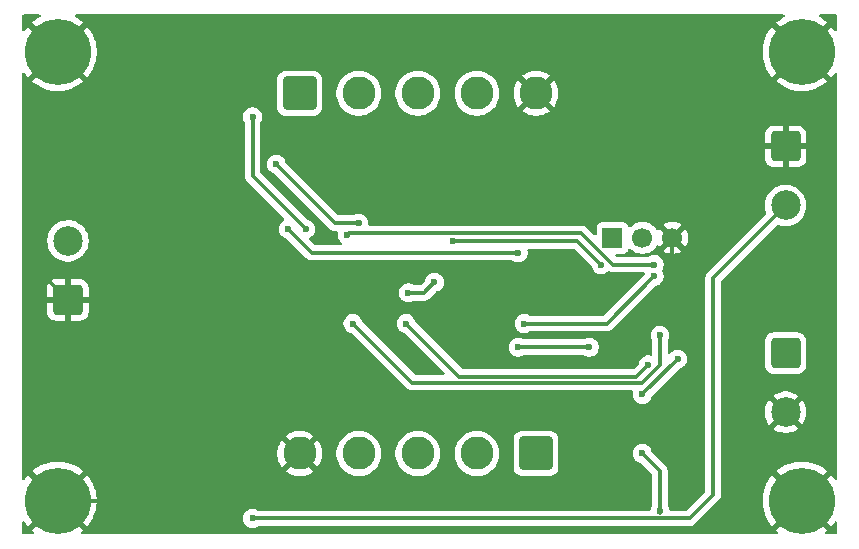
<source format=gbr>
%TF.GenerationSoftware,KiCad,Pcbnew,9.0.6*%
%TF.CreationDate,2025-12-15T17:46:07+08:00*%
%TF.ProjectId,civ2bcd,63697632-6263-4642-9e6b-696361645f70,rev?*%
%TF.SameCoordinates,Original*%
%TF.FileFunction,Copper,L2,Bot*%
%TF.FilePolarity,Positive*%
%FSLAX46Y46*%
G04 Gerber Fmt 4.6, Leading zero omitted, Abs format (unit mm)*
G04 Created by KiCad (PCBNEW 9.0.6) date 2025-12-15 17:46:07*
%MOMM*%
%LPD*%
G01*
G04 APERTURE LIST*
G04 Aperture macros list*
%AMRoundRect*
0 Rectangle with rounded corners*
0 $1 Rounding radius*
0 $2 $3 $4 $5 $6 $7 $8 $9 X,Y pos of 4 corners*
0 Add a 4 corners polygon primitive as box body*
4,1,4,$2,$3,$4,$5,$6,$7,$8,$9,$2,$3,0*
0 Add four circle primitives for the rounded corners*
1,1,$1+$1,$2,$3*
1,1,$1+$1,$4,$5*
1,1,$1+$1,$6,$7*
1,1,$1+$1,$8,$9*
0 Add four rect primitives between the rounded corners*
20,1,$1+$1,$2,$3,$4,$5,0*
20,1,$1+$1,$4,$5,$6,$7,0*
20,1,$1+$1,$6,$7,$8,$9,0*
20,1,$1+$1,$8,$9,$2,$3,0*%
G04 Aperture macros list end*
%TA.AperFunction,ComponentPad*%
%ADD10C,2.500000*%
%TD*%
%TA.AperFunction,ComponentPad*%
%ADD11RoundRect,0.250000X-1.000000X1.000000X-1.000000X-1.000000X1.000000X-1.000000X1.000000X1.000000X0*%
%TD*%
%TA.AperFunction,ComponentPad*%
%ADD12RoundRect,0.250000X1.000000X-1.000000X1.000000X1.000000X-1.000000X1.000000X-1.000000X-1.000000X0*%
%TD*%
%TA.AperFunction,ComponentPad*%
%ADD13C,1.700000*%
%TD*%
%TA.AperFunction,ComponentPad*%
%ADD14R,1.700000X1.700000*%
%TD*%
%TA.AperFunction,ComponentPad*%
%ADD15C,2.800000*%
%TD*%
%TA.AperFunction,ComponentPad*%
%ADD16RoundRect,0.250001X-1.149999X-1.149999X1.149999X-1.149999X1.149999X1.149999X-1.149999X1.149999X0*%
%TD*%
%TA.AperFunction,ComponentPad*%
%ADD17RoundRect,0.250001X1.149999X1.149999X-1.149999X1.149999X-1.149999X-1.149999X1.149999X-1.149999X0*%
%TD*%
%TA.AperFunction,ComponentPad*%
%ADD18C,5.600000*%
%TD*%
%TA.AperFunction,ViaPad*%
%ADD19C,0.600000*%
%TD*%
%TA.AperFunction,Conductor*%
%ADD20C,0.300000*%
%TD*%
G04 APERTURE END LIST*
D10*
%TO.P,J1,2,Pin_2*%
%TO.N,GND*%
X199132500Y-91000000D03*
D11*
%TO.P,J1,1,Pin_1*%
%TO.N,Net-(D1-A)*%
X199132500Y-86000000D03*
%TD*%
D10*
%TO.P,J2,2,Pin_2*%
%TO.N,Net-(J2-Pin_2)*%
X138367500Y-76500000D03*
D12*
%TO.P,J2,1,Pin_1*%
%TO.N,GND*%
X138367500Y-81500000D03*
%TD*%
D13*
%TO.P,J3,3,Pin_3*%
%TO.N,GND*%
X189555000Y-76242177D03*
%TO.P,J3,2,Pin_2*%
%TO.N,SWD*%
X187015000Y-76242177D03*
D14*
%TO.P,J3,1,Pin_1*%
%TO.N,+5V*%
X184475000Y-76242177D03*
%TD*%
D15*
%TO.P,J4,5,Pin_5*%
%TO.N,GND*%
X178000000Y-64000000D03*
%TO.P,J4,4,Pin_4*%
%TO.N,OUT_D1*%
X173000000Y-64000000D03*
%TO.P,J4,3,Pin_3*%
%TO.N,OUT_C1*%
X168000000Y-64000000D03*
%TO.P,J4,2,Pin_2*%
%TO.N,OUT_B1*%
X163000000Y-64000000D03*
D16*
%TO.P,J4,1,Pin_1*%
%TO.N,OUT_A1*%
X158000000Y-64000000D03*
%TD*%
D15*
%TO.P,J5,5,Pin_5*%
%TO.N,GND*%
X158000000Y-94500000D03*
%TO.P,J5,4,Pin_4*%
%TO.N,OUT_D2*%
X163000000Y-94500000D03*
%TO.P,J5,3,Pin_3*%
%TO.N,OUT_C2*%
X168000000Y-94500000D03*
%TO.P,J5,2,Pin_2*%
%TO.N,OUT_B2*%
X173000000Y-94500000D03*
D17*
%TO.P,J5,1,Pin_1*%
%TO.N,OUT_A2*%
X178000000Y-94500000D03*
%TD*%
D10*
%TO.P,J6,2,Pin_2*%
%TO.N,Net-(J6-Pin_2)*%
X199132500Y-73500000D03*
D11*
%TO.P,J6,1,Pin_1*%
%TO.N,GND*%
X199132500Y-68500000D03*
%TD*%
D18*
%TO.P,,1*%
%TO.N,GND*%
X137500000Y-98500000D03*
%TD*%
%TO.P,,1*%
%TO.N,GND*%
X200500000Y-60500000D03*
%TD*%
%TO.P,,1*%
%TO.N,GND*%
X200500000Y-98500000D03*
%TD*%
%TO.P,,1*%
%TO.N,GND*%
X137500000Y-60500000D03*
%TD*%
D19*
%TO.N,Net-(J6-Pin_2)*%
X154000000Y-100000000D03*
%TO.N,GND*%
X185500000Y-83500000D03*
%TO.N,Net-(D1-K)*%
X187000000Y-94500000D03*
X188500000Y-99350000D03*
%TO.N,+5V*%
X167200000Y-80900000D03*
X169400000Y-80000000D03*
%TO.N,A1*%
X157000000Y-75500000D03*
X176500000Y-77500000D03*
%TO.N,B1*%
X158500000Y-75500000D03*
X188000000Y-78500000D03*
X162000000Y-76000000D03*
X154000000Y-66000000D03*
%TO.N,C1*%
X156000000Y-70000000D03*
X163000000Y-75000000D03*
X188000000Y-79500000D03*
X177000000Y-83500000D03*
%TO.N,D1*%
X171000000Y-76500000D03*
X183500000Y-78500000D03*
%TO.N,A2*%
X182500000Y-85500000D03*
X176500000Y-85500000D03*
%TO.N,B2*%
X190000000Y-86500000D03*
X187000000Y-89500000D03*
%TO.N,C2*%
X167000000Y-83500000D03*
X187500000Y-87000000D03*
%TO.N,D2*%
X188495089Y-84495089D03*
X162500000Y-83500000D03*
%TD*%
D20*
%TO.N,Net-(J6-Pin_2)*%
X191000000Y-100000000D02*
X154000000Y-100000000D01*
X193000000Y-98000000D02*
X191000000Y-100000000D01*
X193000000Y-79632500D02*
X193000000Y-98000000D01*
X199132500Y-73500000D02*
X193000000Y-79632500D01*
%TO.N,GND*%
X189555000Y-79445000D02*
X185500000Y-83500000D01*
X134700001Y-75500000D02*
X134700001Y-77832501D01*
X154000000Y-98500000D02*
X158000000Y-94500000D01*
X137500000Y-98500000D02*
X154000000Y-98500000D01*
X134700001Y-63299999D02*
X134700001Y-75500000D01*
X134700001Y-95700001D02*
X134700001Y-75500000D01*
X197297177Y-68500000D02*
X199132500Y-68500000D01*
X189555000Y-76242177D02*
X189555000Y-79445000D01*
X189555000Y-76242177D02*
X197297177Y-68500000D01*
X137500000Y-60500000D02*
X134700001Y-63299999D01*
X137500000Y-98500000D02*
X134700001Y-95700001D01*
X134700001Y-77832501D02*
X138367500Y-81500000D01*
%TO.N,Net-(D1-K)*%
X188500000Y-96000000D02*
X188500000Y-99500000D01*
X188500000Y-99500000D02*
X188500000Y-99350000D01*
X187000000Y-94500000D02*
X188500000Y-96000000D01*
%TO.N,+5V*%
X168500000Y-80900000D02*
X169400000Y-80000000D01*
X167200000Y-80900000D02*
X168500000Y-80900000D01*
%TO.N,A1*%
X159000000Y-77500000D02*
X157000000Y-75500000D01*
X176500000Y-77500000D02*
X159000000Y-77500000D01*
%TO.N,B1*%
X154000000Y-66000000D02*
X154000000Y-71000000D01*
X188000000Y-78500000D02*
X184500000Y-78500000D01*
X184500000Y-78500000D02*
X181849000Y-75849000D01*
X154000000Y-71000000D02*
X158500000Y-75500000D01*
X162151000Y-75849000D02*
X162000000Y-76000000D01*
X181849000Y-75849000D02*
X162151000Y-75849000D01*
%TO.N,C1*%
X161000000Y-75000000D02*
X163000000Y-75000000D01*
X177000000Y-83500000D02*
X184000000Y-83500000D01*
X184000000Y-83500000D02*
X188000000Y-79500000D01*
X156000000Y-70000000D02*
X161000000Y-75000000D01*
%TO.N,D1*%
X183500000Y-78500000D02*
X181500000Y-76500000D01*
X181500000Y-76500000D02*
X171000000Y-76500000D01*
%TO.N,A2*%
X176500000Y-85500000D02*
X182500000Y-85500000D01*
%TO.N,B2*%
X187000000Y-89500000D02*
X190000000Y-86500000D01*
%TO.N,C2*%
X167000000Y-83500000D02*
X171500000Y-88000000D01*
X186500000Y-88000000D02*
X187500000Y-87000000D01*
X171500000Y-88000000D02*
X186500000Y-88000000D01*
%TO.N,D2*%
X162500000Y-83500000D02*
X167501000Y-88501000D01*
X186999000Y-88501000D02*
X188500000Y-87000000D01*
X188500000Y-84500000D02*
X188495089Y-84495089D01*
X188500000Y-87000000D02*
X188500000Y-84500000D01*
X167501000Y-88501000D02*
X186999000Y-88501000D01*
%TD*%
%TA.AperFunction,Conductor*%
%TO.N,GND*%
G36*
X136279588Y-99542330D02*
G01*
X136457670Y-99720412D01*
X136559300Y-99794251D01*
X135349443Y-101004107D01*
X135478043Y-101109647D01*
X135517377Y-101167393D01*
X135519248Y-101237237D01*
X135483060Y-101297006D01*
X135420304Y-101327721D01*
X135399378Y-101329500D01*
X134624500Y-101329500D01*
X134557461Y-101309815D01*
X134511706Y-101257011D01*
X134500500Y-101205500D01*
X134500500Y-100359548D01*
X134520185Y-100292509D01*
X134572989Y-100246754D01*
X134642147Y-100236810D01*
X134705703Y-100265835D01*
X134727602Y-100290658D01*
X134846205Y-100468161D01*
X134846222Y-100468184D01*
X134995890Y-100650554D01*
X134995891Y-100650555D01*
X136205748Y-99440698D01*
X136279588Y-99542330D01*
G37*
%TD.AperFunction*%
%TA.AperFunction,Conductor*%
G36*
X199001248Y-57350185D02*
G01*
X199047003Y-57402989D01*
X199056947Y-57472147D01*
X199027922Y-57535703D01*
X198992662Y-57563858D01*
X198801419Y-57666079D01*
X198801401Y-57666090D01*
X198531829Y-57846212D01*
X198531815Y-57846222D01*
X198349444Y-57995890D01*
X198349443Y-57995891D01*
X199559301Y-59205748D01*
X199457670Y-59279588D01*
X199279588Y-59457670D01*
X199205748Y-59559301D01*
X197995891Y-58349443D01*
X197995890Y-58349444D01*
X197846222Y-58531815D01*
X197846212Y-58531829D01*
X197666090Y-58801401D01*
X197666079Y-58801419D01*
X197513240Y-59087359D01*
X197513238Y-59087364D01*
X197389157Y-59386921D01*
X197295033Y-59697207D01*
X197295030Y-59697218D01*
X197231782Y-60015198D01*
X197231779Y-60015215D01*
X197200000Y-60337884D01*
X197200000Y-60662115D01*
X197231779Y-60984784D01*
X197231782Y-60984801D01*
X197295030Y-61302781D01*
X197295033Y-61302792D01*
X197389157Y-61613078D01*
X197513238Y-61912635D01*
X197513240Y-61912640D01*
X197666079Y-62198580D01*
X197666090Y-62198598D01*
X197846212Y-62468170D01*
X197846222Y-62468184D01*
X197995890Y-62650554D01*
X197995891Y-62650555D01*
X199205748Y-61440698D01*
X199279588Y-61542330D01*
X199457670Y-61720412D01*
X199559300Y-61794251D01*
X198349443Y-63004107D01*
X198349444Y-63004108D01*
X198531815Y-63153777D01*
X198531829Y-63153787D01*
X198801401Y-63333909D01*
X198801419Y-63333920D01*
X199087359Y-63486759D01*
X199087364Y-63486761D01*
X199386921Y-63610842D01*
X199697207Y-63704966D01*
X199697218Y-63704969D01*
X200015198Y-63768217D01*
X200015215Y-63768220D01*
X200337884Y-63800000D01*
X200662116Y-63800000D01*
X200984784Y-63768220D01*
X200984801Y-63768217D01*
X201302781Y-63704969D01*
X201302792Y-63704966D01*
X201613078Y-63610842D01*
X201912635Y-63486761D01*
X201912640Y-63486759D01*
X202198580Y-63333920D01*
X202198598Y-63333909D01*
X202468170Y-63153787D01*
X202468183Y-63153777D01*
X202650554Y-63004108D01*
X202650554Y-63004107D01*
X201440698Y-61794251D01*
X201542330Y-61720412D01*
X201720412Y-61542330D01*
X201794251Y-61440698D01*
X203004107Y-62650554D01*
X203004108Y-62650554D01*
X203153777Y-62468183D01*
X203153794Y-62468161D01*
X203272398Y-62290658D01*
X203326010Y-62245852D01*
X203395335Y-62237145D01*
X203458362Y-62267299D01*
X203495082Y-62326742D01*
X203499500Y-62359548D01*
X203499500Y-96640451D01*
X203479815Y-96707490D01*
X203427011Y-96753245D01*
X203357853Y-96763189D01*
X203294297Y-96734164D01*
X203272398Y-96709342D01*
X203153787Y-96531829D01*
X203153777Y-96531815D01*
X203004108Y-96349444D01*
X203004107Y-96349443D01*
X201794250Y-97559299D01*
X201720412Y-97457670D01*
X201542330Y-97279588D01*
X201440697Y-97205747D01*
X202650555Y-95995891D01*
X202650554Y-95995890D01*
X202468184Y-95846222D01*
X202468170Y-95846212D01*
X202198598Y-95666090D01*
X202198580Y-95666079D01*
X201912640Y-95513240D01*
X201912635Y-95513238D01*
X201613078Y-95389157D01*
X201302792Y-95295033D01*
X201302781Y-95295030D01*
X200984801Y-95231782D01*
X200984784Y-95231779D01*
X200662116Y-95200000D01*
X200337884Y-95200000D01*
X200015215Y-95231779D01*
X200015198Y-95231782D01*
X199697218Y-95295030D01*
X199697207Y-95295033D01*
X199386921Y-95389157D01*
X199087364Y-95513238D01*
X199087359Y-95513240D01*
X198801419Y-95666079D01*
X198801401Y-95666090D01*
X198531829Y-95846212D01*
X198531815Y-95846222D01*
X198349444Y-95995890D01*
X198349443Y-95995891D01*
X199559301Y-97205748D01*
X199457670Y-97279588D01*
X199279588Y-97457670D01*
X199205748Y-97559301D01*
X197995891Y-96349443D01*
X197995890Y-96349444D01*
X197846222Y-96531815D01*
X197846212Y-96531829D01*
X197666090Y-96801401D01*
X197666079Y-96801419D01*
X197513240Y-97087359D01*
X197513238Y-97087364D01*
X197389157Y-97386921D01*
X197295033Y-97697207D01*
X197295030Y-97697218D01*
X197231782Y-98015198D01*
X197231779Y-98015215D01*
X197200000Y-98337884D01*
X197200000Y-98662115D01*
X197231779Y-98984784D01*
X197231782Y-98984801D01*
X197295030Y-99302781D01*
X197295033Y-99302792D01*
X197389157Y-99613078D01*
X197513238Y-99912635D01*
X197513240Y-99912640D01*
X197666079Y-100198580D01*
X197666090Y-100198598D01*
X197846212Y-100468170D01*
X197846222Y-100468184D01*
X197995890Y-100650554D01*
X197995891Y-100650555D01*
X199205748Y-99440698D01*
X199279588Y-99542330D01*
X199457670Y-99720412D01*
X199559300Y-99794251D01*
X198349443Y-101004107D01*
X198478043Y-101109647D01*
X198517377Y-101167393D01*
X198519248Y-101237237D01*
X198483060Y-101297006D01*
X198420304Y-101327721D01*
X198399378Y-101329500D01*
X139600622Y-101329500D01*
X139533583Y-101309815D01*
X139487828Y-101257011D01*
X139477884Y-101187853D01*
X139506909Y-101124297D01*
X139521957Y-101109647D01*
X139650554Y-101004108D01*
X139650554Y-101004107D01*
X138440698Y-99794251D01*
X138542330Y-99720412D01*
X138720412Y-99542330D01*
X138794251Y-99440698D01*
X140004107Y-100650554D01*
X140004108Y-100650554D01*
X140153777Y-100468183D01*
X140153787Y-100468170D01*
X140333909Y-100198598D01*
X140333920Y-100198580D01*
X140482209Y-99921153D01*
X153199500Y-99921153D01*
X153199500Y-100078846D01*
X153230261Y-100233489D01*
X153230264Y-100233501D01*
X153290602Y-100379172D01*
X153290609Y-100379185D01*
X153378210Y-100510288D01*
X153378213Y-100510292D01*
X153489707Y-100621786D01*
X153489711Y-100621789D01*
X153620814Y-100709390D01*
X153620827Y-100709397D01*
X153766498Y-100769735D01*
X153766503Y-100769737D01*
X153921153Y-100800499D01*
X153921156Y-100800500D01*
X153921158Y-100800500D01*
X154078844Y-100800500D01*
X154078845Y-100800499D01*
X154233497Y-100769737D01*
X154379179Y-100709394D01*
X154436044Y-100671397D01*
X154502721Y-100650520D01*
X154504935Y-100650500D01*
X191064071Y-100650500D01*
X191148615Y-100633682D01*
X191189744Y-100625501D01*
X191308127Y-100576465D01*
X191414669Y-100505277D01*
X193505276Y-98414669D01*
X193576465Y-98308127D01*
X193625501Y-98189744D01*
X193650500Y-98064069D01*
X193650500Y-90885305D01*
X197382500Y-90885305D01*
X197382500Y-91114694D01*
X197382501Y-91114710D01*
X197412442Y-91342137D01*
X197471818Y-91563730D01*
X197559602Y-91775659D01*
X197559606Y-91775669D01*
X197674299Y-91974324D01*
X197674305Y-91974331D01*
X197730881Y-92048064D01*
X198531458Y-91247487D01*
X198556478Y-91307890D01*
X198627612Y-91414351D01*
X198718149Y-91504888D01*
X198824610Y-91576022D01*
X198885011Y-91601041D01*
X198084434Y-92401617D01*
X198084434Y-92401618D01*
X198158166Y-92458194D01*
X198356830Y-92572893D01*
X198356840Y-92572897D01*
X198568769Y-92660681D01*
X198790362Y-92720057D01*
X199017789Y-92749998D01*
X199017806Y-92750000D01*
X199247194Y-92750000D01*
X199247210Y-92749998D01*
X199474637Y-92720057D01*
X199696230Y-92660681D01*
X199908159Y-92572897D01*
X199908168Y-92572893D01*
X200106827Y-92458197D01*
X200106834Y-92458192D01*
X200180564Y-92401617D01*
X199379988Y-91601041D01*
X199440390Y-91576022D01*
X199546851Y-91504888D01*
X199637388Y-91414351D01*
X199708522Y-91307890D01*
X199733541Y-91247488D01*
X200534117Y-92048064D01*
X200590692Y-91974334D01*
X200590697Y-91974327D01*
X200705393Y-91775668D01*
X200705397Y-91775659D01*
X200793181Y-91563730D01*
X200852557Y-91342137D01*
X200882498Y-91114710D01*
X200882500Y-91114694D01*
X200882500Y-90885305D01*
X200882498Y-90885289D01*
X200852557Y-90657862D01*
X200793181Y-90436269D01*
X200705397Y-90224340D01*
X200705393Y-90224330D01*
X200590694Y-90025666D01*
X200534118Y-89951934D01*
X200534117Y-89951934D01*
X199733541Y-90752510D01*
X199708522Y-90692110D01*
X199637388Y-90585649D01*
X199546851Y-90495112D01*
X199440390Y-90423978D01*
X199379987Y-90398957D01*
X200180564Y-89598381D01*
X200180564Y-89598380D01*
X200106831Y-89541805D01*
X200106824Y-89541799D01*
X199908169Y-89427106D01*
X199908159Y-89427102D01*
X199696230Y-89339318D01*
X199474637Y-89279942D01*
X199247210Y-89250001D01*
X199247194Y-89250000D01*
X199017806Y-89250000D01*
X199017789Y-89250001D01*
X198790362Y-89279942D01*
X198568769Y-89339318D01*
X198356840Y-89427102D01*
X198356830Y-89427106D01*
X198158173Y-89541801D01*
X198158159Y-89541810D01*
X198084434Y-89598380D01*
X198885011Y-90398958D01*
X198824610Y-90423978D01*
X198718149Y-90495112D01*
X198627612Y-90585649D01*
X198556478Y-90692110D01*
X198531458Y-90752511D01*
X197730880Y-89951934D01*
X197674310Y-90025659D01*
X197674301Y-90025673D01*
X197559606Y-90224330D01*
X197559602Y-90224340D01*
X197471818Y-90436269D01*
X197412442Y-90657862D01*
X197382501Y-90885289D01*
X197382500Y-90885305D01*
X193650500Y-90885305D01*
X193650500Y-84949983D01*
X197382000Y-84949983D01*
X197382000Y-87050001D01*
X197382001Y-87050018D01*
X197392500Y-87152796D01*
X197392501Y-87152799D01*
X197411254Y-87209390D01*
X197447686Y-87319334D01*
X197539788Y-87468656D01*
X197663844Y-87592712D01*
X197813166Y-87684814D01*
X197979703Y-87739999D01*
X198082491Y-87750500D01*
X200182508Y-87750499D01*
X200285297Y-87739999D01*
X200451834Y-87684814D01*
X200601156Y-87592712D01*
X200725212Y-87468656D01*
X200817314Y-87319334D01*
X200872499Y-87152797D01*
X200883000Y-87050009D01*
X200882999Y-84949992D01*
X200875666Y-84878211D01*
X200872499Y-84847203D01*
X200872498Y-84847200D01*
X200866335Y-84828602D01*
X200817314Y-84680666D01*
X200725212Y-84531344D01*
X200601156Y-84407288D01*
X200508388Y-84350069D01*
X200451836Y-84315187D01*
X200451831Y-84315185D01*
X200450362Y-84314698D01*
X200285297Y-84260001D01*
X200285295Y-84260000D01*
X200182510Y-84249500D01*
X198082498Y-84249500D01*
X198082481Y-84249501D01*
X197979703Y-84260000D01*
X197979700Y-84260001D01*
X197813168Y-84315185D01*
X197813163Y-84315187D01*
X197663842Y-84407289D01*
X197539789Y-84531342D01*
X197447687Y-84680663D01*
X197447685Y-84680668D01*
X197431252Y-84730261D01*
X197392501Y-84847203D01*
X197392501Y-84847204D01*
X197392500Y-84847204D01*
X197382000Y-84949983D01*
X193650500Y-84949983D01*
X193650500Y-79953307D01*
X193670185Y-79886268D01*
X193686814Y-79865631D01*
X198384640Y-75167804D01*
X198445961Y-75134321D01*
X198515653Y-75139305D01*
X198519725Y-75140908D01*
X198568613Y-75161158D01*
X198790262Y-75220548D01*
X199017766Y-75250500D01*
X199017773Y-75250500D01*
X199247227Y-75250500D01*
X199247234Y-75250500D01*
X199474738Y-75220548D01*
X199696387Y-75161158D01*
X199908388Y-75073344D01*
X200107112Y-74958611D01*
X200289161Y-74818919D01*
X200289165Y-74818914D01*
X200289170Y-74818911D01*
X200451411Y-74656670D01*
X200451414Y-74656665D01*
X200451419Y-74656661D01*
X200591111Y-74474612D01*
X200705844Y-74275888D01*
X200793658Y-74063887D01*
X200853048Y-73842238D01*
X200883000Y-73614734D01*
X200883000Y-73385266D01*
X200853048Y-73157762D01*
X200793658Y-72936113D01*
X200705844Y-72724112D01*
X200591111Y-72525388D01*
X200591108Y-72525385D01*
X200591107Y-72525382D01*
X200451418Y-72343338D01*
X200451411Y-72343330D01*
X200289170Y-72181089D01*
X200289161Y-72181081D01*
X200107117Y-72041392D01*
X199908390Y-71926657D01*
X199908376Y-71926650D01*
X199696387Y-71838842D01*
X199474738Y-71779452D01*
X199436715Y-71774446D01*
X199247241Y-71749500D01*
X199247234Y-71749500D01*
X199017766Y-71749500D01*
X199017758Y-71749500D01*
X198801215Y-71778009D01*
X198790262Y-71779452D01*
X198696576Y-71804554D01*
X198568612Y-71838842D01*
X198356623Y-71926650D01*
X198356609Y-71926657D01*
X198157882Y-72041392D01*
X197975838Y-72181081D01*
X197813581Y-72343338D01*
X197673892Y-72525382D01*
X197559157Y-72724109D01*
X197559150Y-72724123D01*
X197471342Y-72936112D01*
X197411953Y-73157759D01*
X197411951Y-73157770D01*
X197382000Y-73385258D01*
X197382000Y-73614741D01*
X197406946Y-73804215D01*
X197411952Y-73842238D01*
X197471342Y-74063887D01*
X197491572Y-74112727D01*
X197499041Y-74182195D01*
X197467767Y-74244674D01*
X197464692Y-74247860D01*
X192494724Y-79217828D01*
X192446096Y-79290607D01*
X192423535Y-79324372D01*
X192374499Y-79442755D01*
X192374497Y-79442761D01*
X192349500Y-79568428D01*
X192349500Y-97679192D01*
X192329815Y-97746231D01*
X192313181Y-97766873D01*
X190766873Y-99313181D01*
X190705550Y-99346666D01*
X190679192Y-99349500D01*
X189417848Y-99349500D01*
X189350809Y-99329815D01*
X189305054Y-99277011D01*
X189296231Y-99249692D01*
X189269738Y-99116508D01*
X189269737Y-99116507D01*
X189269737Y-99116503D01*
X189209394Y-98970821D01*
X189171396Y-98913953D01*
X189150520Y-98847276D01*
X189150500Y-98845064D01*
X189150500Y-95935928D01*
X189125502Y-95810261D01*
X189125501Y-95810260D01*
X189125501Y-95810256D01*
X189076465Y-95691873D01*
X189062478Y-95670940D01*
X189062478Y-95670939D01*
X189005277Y-95585331D01*
X189005271Y-95585324D01*
X187817014Y-94397068D01*
X187783529Y-94335745D01*
X187783105Y-94333714D01*
X187769737Y-94266503D01*
X187745599Y-94208230D01*
X187709397Y-94120827D01*
X187709390Y-94120814D01*
X187621789Y-93989711D01*
X187621786Y-93989707D01*
X187510292Y-93878213D01*
X187510288Y-93878210D01*
X187379185Y-93790609D01*
X187379172Y-93790602D01*
X187233501Y-93730264D01*
X187233489Y-93730261D01*
X187078845Y-93699500D01*
X187078842Y-93699500D01*
X186921158Y-93699500D01*
X186921155Y-93699500D01*
X186766510Y-93730261D01*
X186766498Y-93730264D01*
X186620827Y-93790602D01*
X186620814Y-93790609D01*
X186489711Y-93878210D01*
X186489707Y-93878213D01*
X186378213Y-93989707D01*
X186378210Y-93989711D01*
X186290609Y-94120814D01*
X186290602Y-94120827D01*
X186230264Y-94266498D01*
X186230261Y-94266510D01*
X186199500Y-94421153D01*
X186199500Y-94578846D01*
X186230261Y-94733489D01*
X186230264Y-94733501D01*
X186290602Y-94879172D01*
X186290609Y-94879185D01*
X186378210Y-95010288D01*
X186378213Y-95010292D01*
X186489707Y-95121786D01*
X186489711Y-95121789D01*
X186620814Y-95209390D01*
X186620827Y-95209397D01*
X186708230Y-95245599D01*
X186766503Y-95269737D01*
X186833580Y-95283079D01*
X186895490Y-95315463D01*
X186897069Y-95317015D01*
X187813181Y-96233127D01*
X187846666Y-96294450D01*
X187849500Y-96320808D01*
X187849500Y-98845064D01*
X187829815Y-98912103D01*
X187828603Y-98913954D01*
X187790608Y-98970817D01*
X187790602Y-98970828D01*
X187730264Y-99116498D01*
X187730261Y-99116508D01*
X187703769Y-99249692D01*
X187671384Y-99311603D01*
X187610668Y-99346177D01*
X187582152Y-99349500D01*
X154504935Y-99349500D01*
X154437896Y-99329815D01*
X154436090Y-99328633D01*
X154379179Y-99290606D01*
X154379172Y-99290602D01*
X154233501Y-99230264D01*
X154233489Y-99230261D01*
X154078845Y-99199500D01*
X154078842Y-99199500D01*
X153921158Y-99199500D01*
X153921155Y-99199500D01*
X153766510Y-99230261D01*
X153766498Y-99230264D01*
X153620827Y-99290602D01*
X153620814Y-99290609D01*
X153489711Y-99378210D01*
X153489707Y-99378213D01*
X153378213Y-99489707D01*
X153378210Y-99489711D01*
X153290609Y-99620814D01*
X153290602Y-99620827D01*
X153230264Y-99766498D01*
X153230261Y-99766510D01*
X153199500Y-99921153D01*
X140482209Y-99921153D01*
X140486759Y-99912640D01*
X140486761Y-99912635D01*
X140505411Y-99867613D01*
X140610842Y-99613078D01*
X140704966Y-99302792D01*
X140704969Y-99302781D01*
X140768217Y-98984801D01*
X140768220Y-98984784D01*
X140800000Y-98662115D01*
X140800000Y-98337884D01*
X140768220Y-98015215D01*
X140768217Y-98015198D01*
X140704969Y-97697218D01*
X140704966Y-97697207D01*
X140610842Y-97386921D01*
X140486761Y-97087364D01*
X140486759Y-97087359D01*
X140333920Y-96801419D01*
X140333909Y-96801401D01*
X140153787Y-96531829D01*
X140153777Y-96531815D01*
X140004108Y-96349444D01*
X140004107Y-96349443D01*
X138794250Y-97559299D01*
X138720412Y-97457670D01*
X138542330Y-97279588D01*
X138440697Y-97205747D01*
X139650554Y-95995892D01*
X139650554Y-95995890D01*
X139468184Y-95846222D01*
X139468170Y-95846212D01*
X139198598Y-95666090D01*
X139198580Y-95666079D01*
X138912640Y-95513240D01*
X138912635Y-95513238D01*
X138613078Y-95389157D01*
X138302792Y-95295033D01*
X138302781Y-95295030D01*
X137984801Y-95231782D01*
X137984784Y-95231779D01*
X137662116Y-95200000D01*
X137337884Y-95200000D01*
X137015215Y-95231779D01*
X137015198Y-95231782D01*
X136697218Y-95295030D01*
X136697207Y-95295033D01*
X136386921Y-95389157D01*
X136087364Y-95513238D01*
X136087359Y-95513240D01*
X135801419Y-95666079D01*
X135801401Y-95666090D01*
X135531829Y-95846212D01*
X135531815Y-95846222D01*
X135349444Y-95995890D01*
X135349443Y-95995891D01*
X136559301Y-97205748D01*
X136457670Y-97279588D01*
X136279588Y-97457670D01*
X136205748Y-97559301D01*
X134995891Y-96349443D01*
X134995890Y-96349444D01*
X134846222Y-96531815D01*
X134846212Y-96531829D01*
X134727602Y-96709342D01*
X134673990Y-96754147D01*
X134604665Y-96762854D01*
X134541637Y-96732700D01*
X134504918Y-96673257D01*
X134500500Y-96640451D01*
X134500500Y-94375466D01*
X156100000Y-94375466D01*
X156100000Y-94624533D01*
X156132508Y-94871463D01*
X156196973Y-95112049D01*
X156292283Y-95342148D01*
X156292288Y-95342159D01*
X156416813Y-95557841D01*
X156416819Y-95557849D01*
X156491400Y-95655045D01*
X157360689Y-94785756D01*
X157379668Y-94831574D01*
X157456274Y-94946224D01*
X157553776Y-95043726D01*
X157668426Y-95120332D01*
X157714242Y-95139309D01*
X156844953Y-96008598D01*
X156942150Y-96083180D01*
X156942158Y-96083186D01*
X157157840Y-96207711D01*
X157157851Y-96207716D01*
X157387950Y-96303026D01*
X157628536Y-96367491D01*
X157875466Y-96400000D01*
X158124534Y-96400000D01*
X158371463Y-96367491D01*
X158612049Y-96303026D01*
X158842148Y-96207716D01*
X158842159Y-96207711D01*
X159057855Y-96083178D01*
X159155045Y-96008600D01*
X159155045Y-96008597D01*
X158285757Y-95139309D01*
X158331574Y-95120332D01*
X158446224Y-95043726D01*
X158543726Y-94946224D01*
X158620332Y-94831574D01*
X158639309Y-94785757D01*
X159508597Y-95655045D01*
X159508600Y-95655045D01*
X159583178Y-95557855D01*
X159707711Y-95342159D01*
X159707716Y-95342148D01*
X159803026Y-95112049D01*
X159867491Y-94871463D01*
X159900000Y-94624533D01*
X159900000Y-94375466D01*
X159899997Y-94375441D01*
X161099500Y-94375441D01*
X161099500Y-94624558D01*
X161099501Y-94624575D01*
X161132017Y-94871561D01*
X161196498Y-95112207D01*
X161291830Y-95342361D01*
X161291837Y-95342376D01*
X161416400Y-95558126D01*
X161568060Y-95755774D01*
X161568066Y-95755781D01*
X161744218Y-95931933D01*
X161744225Y-95931939D01*
X161941873Y-96083599D01*
X162157623Y-96208162D01*
X162157638Y-96208169D01*
X162256825Y-96249253D01*
X162387793Y-96303502D01*
X162628435Y-96367982D01*
X162875435Y-96400500D01*
X162875442Y-96400500D01*
X163124558Y-96400500D01*
X163124565Y-96400500D01*
X163371565Y-96367982D01*
X163612207Y-96303502D01*
X163842373Y-96208164D01*
X164058127Y-96083599D01*
X164255776Y-95931938D01*
X164431938Y-95755776D01*
X164583599Y-95558127D01*
X164708164Y-95342373D01*
X164803502Y-95112207D01*
X164867982Y-94871565D01*
X164900500Y-94624565D01*
X164900500Y-94375441D01*
X166099500Y-94375441D01*
X166099500Y-94624558D01*
X166099501Y-94624575D01*
X166132017Y-94871561D01*
X166196498Y-95112207D01*
X166291830Y-95342361D01*
X166291837Y-95342376D01*
X166416400Y-95558126D01*
X166568060Y-95755774D01*
X166568066Y-95755781D01*
X166744218Y-95931933D01*
X166744225Y-95931939D01*
X166941873Y-96083599D01*
X167157623Y-96208162D01*
X167157638Y-96208169D01*
X167256825Y-96249253D01*
X167387793Y-96303502D01*
X167628435Y-96367982D01*
X167875435Y-96400500D01*
X167875442Y-96400500D01*
X168124558Y-96400500D01*
X168124565Y-96400500D01*
X168371565Y-96367982D01*
X168612207Y-96303502D01*
X168842373Y-96208164D01*
X169058127Y-96083599D01*
X169255776Y-95931938D01*
X169431938Y-95755776D01*
X169583599Y-95558127D01*
X169708164Y-95342373D01*
X169803502Y-95112207D01*
X169867982Y-94871565D01*
X169900500Y-94624565D01*
X169900500Y-94375441D01*
X171099500Y-94375441D01*
X171099500Y-94624558D01*
X171099501Y-94624575D01*
X171132017Y-94871561D01*
X171196498Y-95112207D01*
X171291830Y-95342361D01*
X171291837Y-95342376D01*
X171416400Y-95558126D01*
X171568060Y-95755774D01*
X171568066Y-95755781D01*
X171744218Y-95931933D01*
X171744225Y-95931939D01*
X171941873Y-96083599D01*
X172157623Y-96208162D01*
X172157638Y-96208169D01*
X172256825Y-96249253D01*
X172387793Y-96303502D01*
X172628435Y-96367982D01*
X172875435Y-96400500D01*
X172875442Y-96400500D01*
X173124558Y-96400500D01*
X173124565Y-96400500D01*
X173371565Y-96367982D01*
X173612207Y-96303502D01*
X173842373Y-96208164D01*
X174058127Y-96083599D01*
X174255776Y-95931938D01*
X174431938Y-95755776D01*
X174583599Y-95558127D01*
X174708164Y-95342373D01*
X174803502Y-95112207D01*
X174867982Y-94871565D01*
X174900500Y-94624565D01*
X174900500Y-94375435D01*
X174867982Y-94128435D01*
X174803502Y-93887793D01*
X174738250Y-93730261D01*
X174708169Y-93657638D01*
X174708162Y-93657623D01*
X174583599Y-93441873D01*
X174530230Y-93372321D01*
X174474724Y-93299984D01*
X176099500Y-93299984D01*
X176099500Y-95700015D01*
X176110000Y-95802795D01*
X176110001Y-95802797D01*
X176124387Y-95846212D01*
X176165186Y-95969335D01*
X176165187Y-95969337D01*
X176257286Y-96118651D01*
X176257289Y-96118655D01*
X176381344Y-96242710D01*
X176381348Y-96242713D01*
X176530662Y-96334812D01*
X176530664Y-96334813D01*
X176530666Y-96334814D01*
X176697203Y-96389999D01*
X176799992Y-96400500D01*
X176799997Y-96400500D01*
X179200003Y-96400500D01*
X179200008Y-96400500D01*
X179302797Y-96389999D01*
X179469334Y-96334814D01*
X179618655Y-96242711D01*
X179742711Y-96118655D01*
X179834814Y-95969334D01*
X179889999Y-95802797D01*
X179900500Y-95700008D01*
X179900500Y-93299992D01*
X179889999Y-93197203D01*
X179834814Y-93030666D01*
X179810594Y-92991400D01*
X179742713Y-92881348D01*
X179742710Y-92881344D01*
X179618655Y-92757289D01*
X179618651Y-92757286D01*
X179469337Y-92665187D01*
X179469335Y-92665186D01*
X179386065Y-92637593D01*
X179302797Y-92610001D01*
X179302795Y-92610000D01*
X179200015Y-92599500D01*
X179200008Y-92599500D01*
X176799992Y-92599500D01*
X176799984Y-92599500D01*
X176697204Y-92610000D01*
X176697203Y-92610001D01*
X176530664Y-92665186D01*
X176530662Y-92665187D01*
X176381348Y-92757286D01*
X176381344Y-92757289D01*
X176257289Y-92881344D01*
X176257286Y-92881348D01*
X176165187Y-93030662D01*
X176165186Y-93030664D01*
X176110001Y-93197203D01*
X176110000Y-93197204D01*
X176099500Y-93299984D01*
X174474724Y-93299984D01*
X174431939Y-93244225D01*
X174431933Y-93244218D01*
X174255781Y-93068066D01*
X174255774Y-93068060D01*
X174058126Y-92916400D01*
X173842376Y-92791837D01*
X173842361Y-92791830D01*
X173612207Y-92696498D01*
X173478536Y-92660681D01*
X173371565Y-92632018D01*
X173371564Y-92632017D01*
X173371561Y-92632017D01*
X173124575Y-92599501D01*
X173124570Y-92599500D01*
X173124565Y-92599500D01*
X172875435Y-92599500D01*
X172875429Y-92599500D01*
X172875424Y-92599501D01*
X172628438Y-92632017D01*
X172387792Y-92696498D01*
X172157638Y-92791830D01*
X172157623Y-92791837D01*
X171941873Y-92916400D01*
X171744225Y-93068060D01*
X171744218Y-93068066D01*
X171568066Y-93244218D01*
X171568060Y-93244225D01*
X171416400Y-93441873D01*
X171291837Y-93657623D01*
X171291830Y-93657638D01*
X171196498Y-93887792D01*
X171132017Y-94128438D01*
X171099501Y-94375424D01*
X171099500Y-94375441D01*
X169900500Y-94375441D01*
X169900500Y-94375435D01*
X169867982Y-94128435D01*
X169803502Y-93887793D01*
X169738250Y-93730261D01*
X169708169Y-93657638D01*
X169708162Y-93657623D01*
X169583599Y-93441873D01*
X169431939Y-93244225D01*
X169431933Y-93244218D01*
X169255781Y-93068066D01*
X169255774Y-93068060D01*
X169058126Y-92916400D01*
X168842376Y-92791837D01*
X168842361Y-92791830D01*
X168612207Y-92696498D01*
X168478536Y-92660681D01*
X168371565Y-92632018D01*
X168371564Y-92632017D01*
X168371561Y-92632017D01*
X168124575Y-92599501D01*
X168124570Y-92599500D01*
X168124565Y-92599500D01*
X167875435Y-92599500D01*
X167875429Y-92599500D01*
X167875424Y-92599501D01*
X167628438Y-92632017D01*
X167387792Y-92696498D01*
X167157638Y-92791830D01*
X167157623Y-92791837D01*
X166941873Y-92916400D01*
X166744225Y-93068060D01*
X166744218Y-93068066D01*
X166568066Y-93244218D01*
X166568060Y-93244225D01*
X166416400Y-93441873D01*
X166291837Y-93657623D01*
X166291830Y-93657638D01*
X166196498Y-93887792D01*
X166132017Y-94128438D01*
X166099501Y-94375424D01*
X166099500Y-94375441D01*
X164900500Y-94375441D01*
X164900500Y-94375435D01*
X164867982Y-94128435D01*
X164803502Y-93887793D01*
X164738250Y-93730261D01*
X164708169Y-93657638D01*
X164708162Y-93657623D01*
X164583599Y-93441873D01*
X164431939Y-93244225D01*
X164431933Y-93244218D01*
X164255781Y-93068066D01*
X164255774Y-93068060D01*
X164058126Y-92916400D01*
X163842376Y-92791837D01*
X163842361Y-92791830D01*
X163612207Y-92696498D01*
X163478536Y-92660681D01*
X163371565Y-92632018D01*
X163371564Y-92632017D01*
X163371561Y-92632017D01*
X163124575Y-92599501D01*
X163124570Y-92599500D01*
X163124565Y-92599500D01*
X162875435Y-92599500D01*
X162875429Y-92599500D01*
X162875424Y-92599501D01*
X162628438Y-92632017D01*
X162387792Y-92696498D01*
X162157638Y-92791830D01*
X162157623Y-92791837D01*
X161941873Y-92916400D01*
X161744225Y-93068060D01*
X161744218Y-93068066D01*
X161568066Y-93244218D01*
X161568060Y-93244225D01*
X161416400Y-93441873D01*
X161291837Y-93657623D01*
X161291830Y-93657638D01*
X161196498Y-93887792D01*
X161132017Y-94128438D01*
X161099501Y-94375424D01*
X161099500Y-94375441D01*
X159899997Y-94375441D01*
X159867491Y-94128536D01*
X159803026Y-93887950D01*
X159707716Y-93657851D01*
X159707711Y-93657840D01*
X159583186Y-93442158D01*
X159583180Y-93442150D01*
X159508598Y-93344953D01*
X158639309Y-94214242D01*
X158620332Y-94168426D01*
X158543726Y-94053776D01*
X158446224Y-93956274D01*
X158331574Y-93879668D01*
X158285755Y-93860689D01*
X159155045Y-92991400D01*
X159057849Y-92916819D01*
X159057841Y-92916813D01*
X158842159Y-92792288D01*
X158842148Y-92792283D01*
X158612049Y-92696973D01*
X158371463Y-92632508D01*
X158124534Y-92600000D01*
X157875466Y-92600000D01*
X157628536Y-92632508D01*
X157387950Y-92696973D01*
X157157851Y-92792283D01*
X157157847Y-92792285D01*
X156942143Y-92916823D01*
X156844953Y-92991399D01*
X156844953Y-92991400D01*
X157714243Y-93860690D01*
X157668426Y-93879668D01*
X157553776Y-93956274D01*
X157456274Y-94053776D01*
X157379668Y-94168426D01*
X157360690Y-94214243D01*
X156491400Y-93344953D01*
X156491399Y-93344953D01*
X156416823Y-93442143D01*
X156292285Y-93657847D01*
X156292283Y-93657851D01*
X156196973Y-93887950D01*
X156132508Y-94128536D01*
X156100000Y-94375466D01*
X134500500Y-94375466D01*
X134500500Y-83421153D01*
X161699500Y-83421153D01*
X161699500Y-83578846D01*
X161730261Y-83733489D01*
X161730264Y-83733501D01*
X161790602Y-83879172D01*
X161790609Y-83879185D01*
X161878210Y-84010288D01*
X161878213Y-84010292D01*
X161989707Y-84121786D01*
X161989711Y-84121789D01*
X162120814Y-84209390D01*
X162120827Y-84209397D01*
X162208230Y-84245599D01*
X162266503Y-84269737D01*
X162305125Y-84277419D01*
X162333578Y-84283079D01*
X162395489Y-84315463D01*
X162397068Y-84317015D01*
X167086326Y-89006273D01*
X167086329Y-89006275D01*
X167086331Y-89006277D01*
X167192873Y-89077465D01*
X167311256Y-89126501D01*
X167311260Y-89126501D01*
X167311261Y-89126502D01*
X167436928Y-89151500D01*
X167436931Y-89151500D01*
X186102044Y-89151500D01*
X186169083Y-89171185D01*
X186214838Y-89223989D01*
X186224782Y-89293147D01*
X186223661Y-89299692D01*
X186199500Y-89421155D01*
X186199500Y-89578846D01*
X186230261Y-89733489D01*
X186230264Y-89733501D01*
X186290602Y-89879172D01*
X186290609Y-89879185D01*
X186378210Y-90010288D01*
X186378213Y-90010292D01*
X186489707Y-90121786D01*
X186489711Y-90121789D01*
X186620814Y-90209390D01*
X186620827Y-90209397D01*
X186766498Y-90269735D01*
X186766503Y-90269737D01*
X186921153Y-90300499D01*
X186921156Y-90300500D01*
X186921158Y-90300500D01*
X187078844Y-90300500D01*
X187078845Y-90300499D01*
X187233497Y-90269737D01*
X187379179Y-90209394D01*
X187510289Y-90121789D01*
X187621789Y-90010289D01*
X187709394Y-89879179D01*
X187769737Y-89733497D01*
X187783079Y-89666416D01*
X187815463Y-89604509D01*
X187816959Y-89602985D01*
X190102931Y-87317013D01*
X190164252Y-87283530D01*
X190166317Y-87283099D01*
X190233497Y-87269737D01*
X190379179Y-87209394D01*
X190510289Y-87121789D01*
X190621789Y-87010289D01*
X190709394Y-86879179D01*
X190769737Y-86733497D01*
X190800500Y-86578842D01*
X190800500Y-86421158D01*
X190800500Y-86421155D01*
X190800499Y-86421153D01*
X190774531Y-86290606D01*
X190769737Y-86266503D01*
X190769735Y-86266498D01*
X190709397Y-86120827D01*
X190709390Y-86120814D01*
X190621789Y-85989711D01*
X190621786Y-85989707D01*
X190510292Y-85878213D01*
X190510288Y-85878210D01*
X190379185Y-85790609D01*
X190379172Y-85790602D01*
X190233501Y-85730264D01*
X190233489Y-85730261D01*
X190078845Y-85699500D01*
X190078842Y-85699500D01*
X189921158Y-85699500D01*
X189921155Y-85699500D01*
X189766510Y-85730261D01*
X189766498Y-85730264D01*
X189620827Y-85790602D01*
X189620814Y-85790609D01*
X189489711Y-85878210D01*
X189489707Y-85878213D01*
X189378213Y-85989707D01*
X189378206Y-85989716D01*
X189377597Y-85990628D01*
X189377155Y-85990997D01*
X189374347Y-85994419D01*
X189373697Y-85993886D01*
X189323982Y-86035429D01*
X189254656Y-86044132D01*
X189191631Y-86013973D01*
X189154916Y-85954527D01*
X189150500Y-85921730D01*
X189150500Y-84992674D01*
X189170185Y-84925635D01*
X189171364Y-84923833D01*
X189204483Y-84874268D01*
X189264826Y-84728586D01*
X189295589Y-84573931D01*
X189295589Y-84416247D01*
X189295589Y-84416244D01*
X189295588Y-84416242D01*
X189275850Y-84317015D01*
X189264826Y-84261592D01*
X189259817Y-84249500D01*
X189204486Y-84115916D01*
X189204479Y-84115903D01*
X189116878Y-83984800D01*
X189116875Y-83984796D01*
X189005381Y-83873302D01*
X189005377Y-83873299D01*
X188874274Y-83785698D01*
X188874261Y-83785691D01*
X188728590Y-83725353D01*
X188728578Y-83725350D01*
X188573934Y-83694589D01*
X188573931Y-83694589D01*
X188416247Y-83694589D01*
X188416244Y-83694589D01*
X188261599Y-83725350D01*
X188261587Y-83725353D01*
X188115916Y-83785691D01*
X188115903Y-83785698D01*
X187984800Y-83873299D01*
X187984796Y-83873302D01*
X187873302Y-83984796D01*
X187873299Y-83984800D01*
X187785698Y-84115903D01*
X187785691Y-84115916D01*
X187725353Y-84261587D01*
X187725350Y-84261599D01*
X187694589Y-84416242D01*
X187694589Y-84573935D01*
X187725350Y-84728578D01*
X187725353Y-84728590D01*
X187785692Y-84874263D01*
X187785693Y-84874264D01*
X187785695Y-84874268D01*
X187818780Y-84923782D01*
X187828602Y-84938482D01*
X187849480Y-85005159D01*
X187849500Y-85007373D01*
X187849500Y-86102242D01*
X187829815Y-86169281D01*
X187777011Y-86215036D01*
X187707853Y-86224980D01*
X187701309Y-86223859D01*
X187578846Y-86199500D01*
X187578842Y-86199500D01*
X187421158Y-86199500D01*
X187421155Y-86199500D01*
X187266510Y-86230261D01*
X187266498Y-86230264D01*
X187120827Y-86290602D01*
X187120814Y-86290609D01*
X186989711Y-86378210D01*
X186989707Y-86378213D01*
X186878213Y-86489707D01*
X186878210Y-86489711D01*
X186790609Y-86620814D01*
X186790602Y-86620827D01*
X186730264Y-86766498D01*
X186730261Y-86766508D01*
X186716920Y-86833579D01*
X186684535Y-86895490D01*
X186682984Y-86897068D01*
X186266873Y-87313181D01*
X186205550Y-87346666D01*
X186179192Y-87349500D01*
X171820808Y-87349500D01*
X171753769Y-87329815D01*
X171733127Y-87313181D01*
X169841099Y-85421153D01*
X175699500Y-85421153D01*
X175699500Y-85578846D01*
X175730261Y-85733489D01*
X175730264Y-85733501D01*
X175790602Y-85879172D01*
X175790609Y-85879185D01*
X175878210Y-86010288D01*
X175878213Y-86010292D01*
X175989707Y-86121786D01*
X175989711Y-86121789D01*
X176120814Y-86209390D01*
X176120827Y-86209397D01*
X176258683Y-86266498D01*
X176266503Y-86269737D01*
X176421153Y-86300499D01*
X176421156Y-86300500D01*
X176421158Y-86300500D01*
X176578844Y-86300500D01*
X176578845Y-86300499D01*
X176733497Y-86269737D01*
X176879179Y-86209394D01*
X176936044Y-86171397D01*
X177002721Y-86150520D01*
X177004935Y-86150500D01*
X181995065Y-86150500D01*
X182062104Y-86170185D01*
X182063909Y-86171366D01*
X182120821Y-86209394D01*
X182120823Y-86209395D01*
X182120827Y-86209397D01*
X182258683Y-86266498D01*
X182266503Y-86269737D01*
X182421153Y-86300499D01*
X182421156Y-86300500D01*
X182421158Y-86300500D01*
X182578844Y-86300500D01*
X182578845Y-86300499D01*
X182733497Y-86269737D01*
X182879179Y-86209394D01*
X183010289Y-86121789D01*
X183121789Y-86010289D01*
X183209394Y-85879179D01*
X183269737Y-85733497D01*
X183300500Y-85578842D01*
X183300500Y-85421158D01*
X183300500Y-85421155D01*
X183300499Y-85421153D01*
X183269738Y-85266510D01*
X183269737Y-85266503D01*
X183269735Y-85266498D01*
X183209397Y-85120827D01*
X183209390Y-85120814D01*
X183121789Y-84989711D01*
X183121786Y-84989707D01*
X183010292Y-84878213D01*
X183010288Y-84878210D01*
X182879185Y-84790609D01*
X182879172Y-84790602D01*
X182733501Y-84730264D01*
X182733489Y-84730261D01*
X182578845Y-84699500D01*
X182578842Y-84699500D01*
X182421158Y-84699500D01*
X182421155Y-84699500D01*
X182266510Y-84730261D01*
X182266498Y-84730264D01*
X182120827Y-84790602D01*
X182120820Y-84790606D01*
X182091928Y-84809911D01*
X182063955Y-84828602D01*
X181997279Y-84849480D01*
X181995065Y-84849500D01*
X177004935Y-84849500D01*
X176937896Y-84829815D01*
X176936090Y-84828633D01*
X176879179Y-84790606D01*
X176879172Y-84790602D01*
X176733501Y-84730264D01*
X176733489Y-84730261D01*
X176578845Y-84699500D01*
X176578842Y-84699500D01*
X176421158Y-84699500D01*
X176421155Y-84699500D01*
X176266510Y-84730261D01*
X176266498Y-84730264D01*
X176120827Y-84790602D01*
X176120814Y-84790609D01*
X175989711Y-84878210D01*
X175989707Y-84878213D01*
X175878213Y-84989707D01*
X175878210Y-84989711D01*
X175790609Y-85120814D01*
X175790602Y-85120827D01*
X175730264Y-85266498D01*
X175730261Y-85266510D01*
X175699500Y-85421153D01*
X169841099Y-85421153D01*
X167817015Y-83397069D01*
X167783530Y-83335746D01*
X167783093Y-83333652D01*
X167769737Y-83266503D01*
X167735711Y-83184356D01*
X167709397Y-83120827D01*
X167709390Y-83120814D01*
X167621789Y-82989711D01*
X167621786Y-82989707D01*
X167510292Y-82878213D01*
X167510288Y-82878210D01*
X167379185Y-82790609D01*
X167379172Y-82790602D01*
X167233501Y-82730264D01*
X167233489Y-82730261D01*
X167078845Y-82699500D01*
X167078842Y-82699500D01*
X166921158Y-82699500D01*
X166921155Y-82699500D01*
X166766510Y-82730261D01*
X166766498Y-82730264D01*
X166620827Y-82790602D01*
X166620814Y-82790609D01*
X166489711Y-82878210D01*
X166489707Y-82878213D01*
X166378213Y-82989707D01*
X166378210Y-82989711D01*
X166290609Y-83120814D01*
X166290602Y-83120827D01*
X166230264Y-83266498D01*
X166230261Y-83266510D01*
X166199500Y-83421153D01*
X166199500Y-83578846D01*
X166230261Y-83733489D01*
X166230264Y-83733501D01*
X166290602Y-83879172D01*
X166290609Y-83879185D01*
X166378210Y-84010288D01*
X166378213Y-84010292D01*
X166489707Y-84121786D01*
X166489711Y-84121789D01*
X166620814Y-84209390D01*
X166620827Y-84209397D01*
X166708230Y-84245599D01*
X166766503Y-84269737D01*
X166833580Y-84283079D01*
X166895490Y-84315463D01*
X166897069Y-84317015D01*
X170218873Y-87638819D01*
X170252358Y-87700142D01*
X170247374Y-87769834D01*
X170205502Y-87825767D01*
X170140038Y-87850184D01*
X170131192Y-87850500D01*
X167821808Y-87850500D01*
X167754769Y-87830815D01*
X167734127Y-87814181D01*
X163317015Y-83397069D01*
X163283530Y-83335746D01*
X163283093Y-83333652D01*
X163269737Y-83266503D01*
X163235711Y-83184356D01*
X163209397Y-83120827D01*
X163209390Y-83120814D01*
X163121789Y-82989711D01*
X163121786Y-82989707D01*
X163010292Y-82878213D01*
X163010288Y-82878210D01*
X162879185Y-82790609D01*
X162879172Y-82790602D01*
X162733501Y-82730264D01*
X162733489Y-82730261D01*
X162578845Y-82699500D01*
X162578842Y-82699500D01*
X162421158Y-82699500D01*
X162421155Y-82699500D01*
X162266510Y-82730261D01*
X162266498Y-82730264D01*
X162120827Y-82790602D01*
X162120814Y-82790609D01*
X161989711Y-82878210D01*
X161989707Y-82878213D01*
X161878213Y-82989707D01*
X161878210Y-82989711D01*
X161790609Y-83120814D01*
X161790602Y-83120827D01*
X161730264Y-83266498D01*
X161730261Y-83266510D01*
X161699500Y-83421153D01*
X134500500Y-83421153D01*
X134500500Y-80450013D01*
X136617500Y-80450013D01*
X136617500Y-81250000D01*
X137767499Y-81250000D01*
X137742479Y-81310402D01*
X137717500Y-81435981D01*
X137717500Y-81564019D01*
X137742479Y-81689598D01*
X137767499Y-81750000D01*
X136617501Y-81750000D01*
X136617501Y-82549986D01*
X136627994Y-82652697D01*
X136683141Y-82819119D01*
X136683143Y-82819124D01*
X136775184Y-82968345D01*
X136899154Y-83092315D01*
X137048375Y-83184356D01*
X137048380Y-83184358D01*
X137214802Y-83239505D01*
X137214809Y-83239506D01*
X137317519Y-83249999D01*
X138117499Y-83249999D01*
X138117500Y-83249998D01*
X138117500Y-82100001D01*
X138177902Y-82125021D01*
X138303481Y-82150000D01*
X138431519Y-82150000D01*
X138557098Y-82125021D01*
X138617500Y-82100001D01*
X138617500Y-83249999D01*
X139417472Y-83249999D01*
X139417486Y-83249998D01*
X139520197Y-83239505D01*
X139686619Y-83184358D01*
X139686624Y-83184356D01*
X139835845Y-83092315D01*
X139959815Y-82968345D01*
X140051856Y-82819124D01*
X140051858Y-82819119D01*
X140107005Y-82652697D01*
X140107006Y-82652690D01*
X140117499Y-82549986D01*
X140117500Y-82549973D01*
X140117500Y-81750000D01*
X138967501Y-81750000D01*
X138992521Y-81689598D01*
X139017500Y-81564019D01*
X139017500Y-81435981D01*
X138992521Y-81310402D01*
X138967501Y-81250000D01*
X140117499Y-81250000D01*
X140117499Y-80821153D01*
X166399500Y-80821153D01*
X166399500Y-80978846D01*
X166430261Y-81133489D01*
X166430264Y-81133501D01*
X166490602Y-81279172D01*
X166490609Y-81279185D01*
X166578210Y-81410288D01*
X166578213Y-81410292D01*
X166689707Y-81521786D01*
X166689711Y-81521789D01*
X166820814Y-81609390D01*
X166820827Y-81609397D01*
X166966498Y-81669735D01*
X166966503Y-81669737D01*
X167121153Y-81700499D01*
X167121156Y-81700500D01*
X167121158Y-81700500D01*
X167278844Y-81700500D01*
X167278845Y-81700499D01*
X167433497Y-81669737D01*
X167579179Y-81609394D01*
X167636044Y-81571397D01*
X167702721Y-81550520D01*
X167704935Y-81550500D01*
X168564071Y-81550500D01*
X168648615Y-81533682D01*
X168689744Y-81525501D01*
X168808127Y-81476465D01*
X168914669Y-81405277D01*
X169502931Y-80817012D01*
X169564250Y-80783530D01*
X169566329Y-80783096D01*
X169633497Y-80769737D01*
X169779179Y-80709394D01*
X169910289Y-80621789D01*
X170021789Y-80510289D01*
X170109394Y-80379179D01*
X170169737Y-80233497D01*
X170200500Y-80078842D01*
X170200500Y-79921158D01*
X170200500Y-79921155D01*
X170200499Y-79921153D01*
X170189454Y-79865626D01*
X170169737Y-79766503D01*
X170156062Y-79733489D01*
X170109397Y-79620827D01*
X170109390Y-79620814D01*
X170021789Y-79489711D01*
X170021786Y-79489707D01*
X169910292Y-79378213D01*
X169910288Y-79378210D01*
X169779181Y-79290607D01*
X169779172Y-79290602D01*
X169633501Y-79230264D01*
X169633489Y-79230261D01*
X169478845Y-79199500D01*
X169478842Y-79199500D01*
X169321158Y-79199500D01*
X169321155Y-79199500D01*
X169166510Y-79230261D01*
X169166498Y-79230264D01*
X169020827Y-79290602D01*
X169020819Y-79290607D01*
X168889711Y-79378210D01*
X168889707Y-79378213D01*
X168778213Y-79489707D01*
X168778210Y-79489711D01*
X168690609Y-79620814D01*
X168690602Y-79620827D01*
X168630264Y-79766498D01*
X168630261Y-79766508D01*
X168616920Y-79833580D01*
X168584535Y-79895491D01*
X168582984Y-79897069D01*
X168266873Y-80213181D01*
X168205550Y-80246666D01*
X168179192Y-80249500D01*
X167704935Y-80249500D01*
X167637896Y-80229815D01*
X167636090Y-80228633D01*
X167579179Y-80190606D01*
X167579172Y-80190602D01*
X167433501Y-80130264D01*
X167433489Y-80130261D01*
X167278845Y-80099500D01*
X167278842Y-80099500D01*
X167121158Y-80099500D01*
X167121155Y-80099500D01*
X166966510Y-80130261D01*
X166966498Y-80130264D01*
X166820827Y-80190602D01*
X166820814Y-80190609D01*
X166689711Y-80278210D01*
X166689707Y-80278213D01*
X166578213Y-80389707D01*
X166578210Y-80389711D01*
X166490609Y-80520814D01*
X166490602Y-80520827D01*
X166430264Y-80666498D01*
X166430261Y-80666510D01*
X166399500Y-80821153D01*
X140117499Y-80821153D01*
X140117499Y-80450028D01*
X140117498Y-80450013D01*
X140107005Y-80347302D01*
X140051858Y-80180880D01*
X140051856Y-80180875D01*
X139959815Y-80031654D01*
X139835845Y-79907684D01*
X139686624Y-79815643D01*
X139686619Y-79815641D01*
X139520197Y-79760494D01*
X139520190Y-79760493D01*
X139417486Y-79750000D01*
X138617500Y-79750000D01*
X138617500Y-80899998D01*
X138557098Y-80874979D01*
X138431519Y-80850000D01*
X138303481Y-80850000D01*
X138177902Y-80874979D01*
X138117500Y-80899998D01*
X138117500Y-79750000D01*
X137317528Y-79750000D01*
X137317512Y-79750001D01*
X137214802Y-79760494D01*
X137048380Y-79815641D01*
X137048375Y-79815643D01*
X136899154Y-79907684D01*
X136775184Y-80031654D01*
X136683143Y-80180875D01*
X136683141Y-80180880D01*
X136627994Y-80347302D01*
X136627993Y-80347309D01*
X136617500Y-80450013D01*
X134500500Y-80450013D01*
X134500500Y-76385258D01*
X136617000Y-76385258D01*
X136617000Y-76614741D01*
X136641457Y-76800500D01*
X136646952Y-76842238D01*
X136675825Y-76949993D01*
X136706342Y-77063887D01*
X136794150Y-77275876D01*
X136794157Y-77275890D01*
X136908892Y-77474617D01*
X137048581Y-77656661D01*
X137048589Y-77656670D01*
X137210830Y-77818911D01*
X137210838Y-77818918D01*
X137210839Y-77818919D01*
X137250667Y-77849480D01*
X137392882Y-77958607D01*
X137392885Y-77958608D01*
X137392888Y-77958611D01*
X137591612Y-78073344D01*
X137591617Y-78073346D01*
X137591623Y-78073349D01*
X137682980Y-78111190D01*
X137803613Y-78161158D01*
X138025262Y-78220548D01*
X138252766Y-78250500D01*
X138252773Y-78250500D01*
X138482227Y-78250500D01*
X138482234Y-78250500D01*
X138709738Y-78220548D01*
X138931387Y-78161158D01*
X139143388Y-78073344D01*
X139342112Y-77958611D01*
X139524161Y-77818919D01*
X139524165Y-77818914D01*
X139524170Y-77818911D01*
X139686411Y-77656670D01*
X139686414Y-77656665D01*
X139686419Y-77656661D01*
X139826111Y-77474612D01*
X139940844Y-77275888D01*
X140028658Y-77063887D01*
X140088048Y-76842238D01*
X140118000Y-76614734D01*
X140118000Y-76385266D01*
X140088048Y-76157762D01*
X140028658Y-75936113D01*
X139944733Y-75733501D01*
X139940849Y-75724123D01*
X139940846Y-75724117D01*
X139940844Y-75724112D01*
X139826111Y-75525388D01*
X139826108Y-75525385D01*
X139826107Y-75525382D01*
X139701037Y-75362390D01*
X139686419Y-75343339D01*
X139686418Y-75343338D01*
X139686411Y-75343330D01*
X139524170Y-75181089D01*
X139524161Y-75181081D01*
X139342117Y-75041392D01*
X139143390Y-74926657D01*
X139143376Y-74926650D01*
X138931387Y-74838842D01*
X138709738Y-74779452D01*
X138671715Y-74774446D01*
X138482241Y-74749500D01*
X138482234Y-74749500D01*
X138252766Y-74749500D01*
X138252758Y-74749500D01*
X138036215Y-74778009D01*
X138025262Y-74779452D01*
X137983623Y-74790609D01*
X137803612Y-74838842D01*
X137591623Y-74926650D01*
X137591609Y-74926657D01*
X137392882Y-75041392D01*
X137210838Y-75181081D01*
X137048581Y-75343338D01*
X136908892Y-75525382D01*
X136794157Y-75724109D01*
X136794150Y-75724123D01*
X136706342Y-75936112D01*
X136646953Y-76157759D01*
X136646951Y-76157770D01*
X136617000Y-76385258D01*
X134500500Y-76385258D01*
X134500500Y-65921153D01*
X153199500Y-65921153D01*
X153199500Y-66078846D01*
X153230261Y-66233489D01*
X153230264Y-66233501D01*
X153290602Y-66379172D01*
X153290606Y-66379179D01*
X153328602Y-66436044D01*
X153349480Y-66502721D01*
X153349500Y-66504935D01*
X153349500Y-71064069D01*
X153349500Y-71064071D01*
X153349499Y-71064071D01*
X153374497Y-71189738D01*
X153374499Y-71189744D01*
X153423534Y-71308125D01*
X153494726Y-71414673D01*
X153494727Y-71414674D01*
X156666259Y-74586205D01*
X156699744Y-74647528D01*
X156694760Y-74717220D01*
X156652888Y-74773153D01*
X156626038Y-74788444D01*
X156620828Y-74790602D01*
X156620814Y-74790609D01*
X156489711Y-74878210D01*
X156489707Y-74878213D01*
X156378213Y-74989707D01*
X156378210Y-74989711D01*
X156290609Y-75120814D01*
X156290602Y-75120827D01*
X156230264Y-75266498D01*
X156230261Y-75266510D01*
X156199500Y-75421153D01*
X156199500Y-75578846D01*
X156230261Y-75733489D01*
X156230264Y-75733501D01*
X156290602Y-75879172D01*
X156290609Y-75879185D01*
X156378210Y-76010288D01*
X156378213Y-76010292D01*
X156489707Y-76121786D01*
X156489711Y-76121789D01*
X156620814Y-76209390D01*
X156620827Y-76209397D01*
X156699964Y-76242176D01*
X156766503Y-76269737D01*
X156833581Y-76283079D01*
X156895490Y-76315463D01*
X156897070Y-76317015D01*
X158494724Y-77914669D01*
X158569762Y-77989707D01*
X158585332Y-78005277D01*
X158691866Y-78076461D01*
X158691872Y-78076464D01*
X158691873Y-78076465D01*
X158810256Y-78125501D01*
X158810260Y-78125501D01*
X158810261Y-78125502D01*
X158935928Y-78150500D01*
X158935931Y-78150500D01*
X175995065Y-78150500D01*
X176062104Y-78170185D01*
X176063909Y-78171366D01*
X176120821Y-78209394D01*
X176120823Y-78209395D01*
X176120827Y-78209397D01*
X176220060Y-78250500D01*
X176266503Y-78269737D01*
X176421153Y-78300499D01*
X176421156Y-78300500D01*
X176421158Y-78300500D01*
X176578844Y-78300500D01*
X176578845Y-78300499D01*
X176733497Y-78269737D01*
X176852251Y-78220548D01*
X176879172Y-78209397D01*
X176879172Y-78209396D01*
X176879179Y-78209394D01*
X177010289Y-78121789D01*
X177121789Y-78010289D01*
X177209394Y-77879179D01*
X177269737Y-77733497D01*
X177300500Y-77578842D01*
X177300500Y-77421158D01*
X177300500Y-77421155D01*
X177276140Y-77298692D01*
X177282367Y-77229100D01*
X177325230Y-77173923D01*
X177391120Y-77150678D01*
X177397757Y-77150500D01*
X181179192Y-77150500D01*
X181246231Y-77170185D01*
X181266873Y-77186819D01*
X182682983Y-78602929D01*
X182716468Y-78664252D01*
X182716919Y-78666418D01*
X182730261Y-78733491D01*
X182730263Y-78733499D01*
X182790602Y-78879172D01*
X182790609Y-78879185D01*
X182878210Y-79010288D01*
X182878213Y-79010292D01*
X182989707Y-79121786D01*
X182989711Y-79121789D01*
X183120814Y-79209390D01*
X183120827Y-79209397D01*
X183258683Y-79266498D01*
X183266503Y-79269737D01*
X183379165Y-79292147D01*
X183421153Y-79300499D01*
X183421156Y-79300500D01*
X183421158Y-79300500D01*
X183578844Y-79300500D01*
X183578845Y-79300499D01*
X183733497Y-79269737D01*
X183879179Y-79209394D01*
X184010289Y-79121789D01*
X184038234Y-79093842D01*
X184099554Y-79060359D01*
X184169246Y-79065343D01*
X184186261Y-79074053D01*
X184186506Y-79073596D01*
X184191869Y-79076462D01*
X184191873Y-79076465D01*
X184310256Y-79125501D01*
X184310260Y-79125501D01*
X184310261Y-79125502D01*
X184435928Y-79150500D01*
X184435931Y-79150500D01*
X187102243Y-79150500D01*
X187122458Y-79156435D01*
X187143498Y-79157564D01*
X187155310Y-79166082D01*
X187169282Y-79170185D01*
X187183077Y-79186105D01*
X187200169Y-79198431D01*
X187205501Y-79211984D01*
X187215037Y-79222989D01*
X187218035Y-79243841D01*
X187225750Y-79263450D01*
X187224420Y-79288246D01*
X187224981Y-79292147D01*
X187223860Y-79298688D01*
X187221373Y-79311192D01*
X187216920Y-79333580D01*
X187184534Y-79395491D01*
X187182984Y-79397068D01*
X183766873Y-82813181D01*
X183705550Y-82846666D01*
X183679192Y-82849500D01*
X177504935Y-82849500D01*
X177437896Y-82829815D01*
X177436090Y-82828633D01*
X177379179Y-82790606D01*
X177379172Y-82790602D01*
X177233501Y-82730264D01*
X177233489Y-82730261D01*
X177078845Y-82699500D01*
X177078842Y-82699500D01*
X176921158Y-82699500D01*
X176921155Y-82699500D01*
X176766510Y-82730261D01*
X176766498Y-82730264D01*
X176620827Y-82790602D01*
X176620814Y-82790609D01*
X176489711Y-82878210D01*
X176489707Y-82878213D01*
X176378213Y-82989707D01*
X176378210Y-82989711D01*
X176290609Y-83120814D01*
X176290602Y-83120827D01*
X176230264Y-83266498D01*
X176230261Y-83266510D01*
X176199500Y-83421153D01*
X176199500Y-83578846D01*
X176230261Y-83733489D01*
X176230264Y-83733501D01*
X176290602Y-83879172D01*
X176290609Y-83879185D01*
X176378210Y-84010288D01*
X176378213Y-84010292D01*
X176489707Y-84121786D01*
X176489711Y-84121789D01*
X176620814Y-84209390D01*
X176620827Y-84209397D01*
X176742998Y-84260001D01*
X176766503Y-84269737D01*
X176870468Y-84290417D01*
X176921153Y-84300499D01*
X176921156Y-84300500D01*
X176921158Y-84300500D01*
X177078844Y-84300500D01*
X177078845Y-84300499D01*
X177233497Y-84269737D01*
X177379179Y-84209394D01*
X177436044Y-84171397D01*
X177502721Y-84150520D01*
X177504935Y-84150500D01*
X184064071Y-84150500D01*
X184148615Y-84133682D01*
X184189744Y-84125501D01*
X184308127Y-84076465D01*
X184414669Y-84005277D01*
X188102931Y-80317013D01*
X188164252Y-80283530D01*
X188166317Y-80283099D01*
X188233497Y-80269737D01*
X188379179Y-80209394D01*
X188510289Y-80121789D01*
X188621789Y-80010289D01*
X188709394Y-79879179D01*
X188769737Y-79733497D01*
X188800500Y-79578842D01*
X188800500Y-79421158D01*
X188800500Y-79421155D01*
X188800499Y-79421153D01*
X188790418Y-79370471D01*
X188769737Y-79266503D01*
X188760350Y-79243841D01*
X188709396Y-79120825D01*
X188709394Y-79120822D01*
X188709394Y-79120821D01*
X188674694Y-79068889D01*
X188653816Y-79002215D01*
X188672300Y-78934835D01*
X188674676Y-78931136D01*
X188709394Y-78879179D01*
X188769737Y-78733497D01*
X188800500Y-78578842D01*
X188800500Y-78421158D01*
X188800500Y-78421155D01*
X188800499Y-78421153D01*
X188769738Y-78266510D01*
X188769737Y-78266503D01*
X188769735Y-78266498D01*
X188709397Y-78120827D01*
X188709390Y-78120814D01*
X188621789Y-77989711D01*
X188621786Y-77989707D01*
X188510292Y-77878213D01*
X188510288Y-77878210D01*
X188379185Y-77790609D01*
X188379172Y-77790602D01*
X188233501Y-77730264D01*
X188233489Y-77730261D01*
X188078845Y-77699500D01*
X188078842Y-77699500D01*
X187921158Y-77699500D01*
X187921155Y-77699500D01*
X187766510Y-77730261D01*
X187766498Y-77730264D01*
X187620827Y-77790602D01*
X187620820Y-77790606D01*
X187600241Y-77804357D01*
X187563955Y-77828602D01*
X187497279Y-77849480D01*
X187495065Y-77849500D01*
X184820807Y-77849500D01*
X184791366Y-77840855D01*
X184761380Y-77834332D01*
X184756364Y-77830577D01*
X184753768Y-77829815D01*
X184733126Y-77813181D01*
X184724302Y-77804357D01*
X184690817Y-77743034D01*
X184695801Y-77673342D01*
X184737673Y-77617409D01*
X184803137Y-77592992D01*
X184811983Y-77592676D01*
X185372871Y-77592676D01*
X185372872Y-77592676D01*
X185432483Y-77586268D01*
X185567331Y-77535973D01*
X185682546Y-77449723D01*
X185768796Y-77334508D01*
X185817810Y-77203093D01*
X185859681Y-77147161D01*
X185925145Y-77122743D01*
X185993418Y-77137594D01*
X186021673Y-77158746D01*
X186135213Y-77272286D01*
X186307179Y-77397225D01*
X186307181Y-77397226D01*
X186307184Y-77397228D01*
X186496588Y-77493734D01*
X186698757Y-77559423D01*
X186908713Y-77592677D01*
X186908714Y-77592677D01*
X187121286Y-77592677D01*
X187121287Y-77592677D01*
X187331243Y-77559423D01*
X187533412Y-77493734D01*
X187722816Y-77397228D01*
X187809138Y-77334512D01*
X187894786Y-77272286D01*
X187894788Y-77272283D01*
X187894792Y-77272281D01*
X188045104Y-77121969D01*
X188045106Y-77121965D01*
X188045109Y-77121963D01*
X188130890Y-77003894D01*
X188170051Y-76949993D01*
X188174793Y-76940685D01*
X188222763Y-76889888D01*
X188290583Y-76873088D01*
X188356719Y-76895622D01*
X188395763Y-76940677D01*
X188400373Y-76949724D01*
X188439728Y-77003893D01*
X189072037Y-76371585D01*
X189089075Y-76435170D01*
X189154901Y-76549184D01*
X189247993Y-76642276D01*
X189362007Y-76708102D01*
X189425590Y-76725139D01*
X188793282Y-77357446D01*
X188793282Y-77357447D01*
X188847449Y-77396801D01*
X189036782Y-77493272D01*
X189238870Y-77558934D01*
X189448754Y-77592177D01*
X189661246Y-77592177D01*
X189871127Y-77558934D01*
X189871130Y-77558934D01*
X190073217Y-77493272D01*
X190262554Y-77396799D01*
X190316716Y-77357447D01*
X190316717Y-77357447D01*
X189684408Y-76725139D01*
X189747993Y-76708102D01*
X189862007Y-76642276D01*
X189955099Y-76549184D01*
X190020925Y-76435170D01*
X190037962Y-76371585D01*
X190670270Y-77003894D01*
X190670270Y-77003893D01*
X190709622Y-76949731D01*
X190806095Y-76760394D01*
X190871757Y-76558307D01*
X190871757Y-76558304D01*
X190905000Y-76348423D01*
X190905000Y-76135930D01*
X190871757Y-75926049D01*
X190871757Y-75926046D01*
X190806095Y-75723959D01*
X190709624Y-75534626D01*
X190670270Y-75480459D01*
X190670269Y-75480459D01*
X190037962Y-76112767D01*
X190020925Y-76049184D01*
X189955099Y-75935170D01*
X189862007Y-75842078D01*
X189747993Y-75776252D01*
X189684409Y-75759214D01*
X190316716Y-75126905D01*
X190262550Y-75087552D01*
X190073217Y-74991081D01*
X189871129Y-74925419D01*
X189661246Y-74892177D01*
X189448754Y-74892177D01*
X189238872Y-74925419D01*
X189238869Y-74925419D01*
X189036782Y-74991081D01*
X188847439Y-75087557D01*
X188793282Y-75126904D01*
X188793282Y-75126905D01*
X189425591Y-75759214D01*
X189362007Y-75776252D01*
X189247993Y-75842078D01*
X189154901Y-75935170D01*
X189089075Y-76049184D01*
X189072037Y-76112768D01*
X188439728Y-75480459D01*
X188439727Y-75480459D01*
X188400380Y-75534617D01*
X188400376Y-75534623D01*
X188395760Y-75543682D01*
X188347781Y-75594474D01*
X188279959Y-75611264D01*
X188213826Y-75588720D01*
X188174794Y-75543670D01*
X188170051Y-75534361D01*
X188170049Y-75534358D01*
X188170048Y-75534356D01*
X188045109Y-75362390D01*
X187894786Y-75212067D01*
X187722820Y-75087128D01*
X187533414Y-74990621D01*
X187533413Y-74990620D01*
X187533412Y-74990620D01*
X187331243Y-74924931D01*
X187331241Y-74924930D01*
X187331240Y-74924930D01*
X187169957Y-74899385D01*
X187121287Y-74891677D01*
X186908713Y-74891677D01*
X186860042Y-74899385D01*
X186698760Y-74924930D01*
X186496585Y-74990621D01*
X186307179Y-75087128D01*
X186135215Y-75212066D01*
X186021673Y-75325608D01*
X185960350Y-75359092D01*
X185890658Y-75354108D01*
X185834725Y-75312236D01*
X185817810Y-75281259D01*
X185768797Y-75149848D01*
X185768793Y-75149841D01*
X185682547Y-75034632D01*
X185682544Y-75034629D01*
X185567335Y-74948383D01*
X185567328Y-74948379D01*
X185432482Y-74898085D01*
X185432483Y-74898085D01*
X185372883Y-74891678D01*
X185372881Y-74891677D01*
X185372873Y-74891677D01*
X185372864Y-74891677D01*
X183577129Y-74891677D01*
X183577123Y-74891678D01*
X183517516Y-74898085D01*
X183382671Y-74948379D01*
X183382664Y-74948383D01*
X183267455Y-75034629D01*
X183267452Y-75034632D01*
X183181206Y-75149841D01*
X183181202Y-75149848D01*
X183130908Y-75284694D01*
X183124501Y-75344293D01*
X183124500Y-75344312D01*
X183124500Y-75905191D01*
X183104815Y-75972230D01*
X183052011Y-76017985D01*
X182982853Y-76027929D01*
X182919297Y-75998904D01*
X182912819Y-75992872D01*
X182263673Y-75343726D01*
X182263094Y-75343339D01*
X182157127Y-75272535D01*
X182142581Y-75266510D01*
X182038744Y-75223499D01*
X182038738Y-75223497D01*
X181913071Y-75198500D01*
X181913069Y-75198500D01*
X163924500Y-75198500D01*
X163857461Y-75178815D01*
X163811706Y-75126011D01*
X163800500Y-75074500D01*
X163800500Y-74921155D01*
X163800499Y-74921153D01*
X163780163Y-74818918D01*
X163769737Y-74766503D01*
X163762694Y-74749500D01*
X163709397Y-74620827D01*
X163709390Y-74620814D01*
X163621789Y-74489711D01*
X163621786Y-74489707D01*
X163510292Y-74378213D01*
X163510288Y-74378210D01*
X163379185Y-74290609D01*
X163379172Y-74290602D01*
X163233501Y-74230264D01*
X163233489Y-74230261D01*
X163078845Y-74199500D01*
X163078842Y-74199500D01*
X162921158Y-74199500D01*
X162921155Y-74199500D01*
X162766510Y-74230261D01*
X162766498Y-74230264D01*
X162620827Y-74290602D01*
X162620820Y-74290606D01*
X162591928Y-74309911D01*
X162563955Y-74328602D01*
X162497279Y-74349480D01*
X162495065Y-74349500D01*
X161320808Y-74349500D01*
X161253769Y-74329815D01*
X161233127Y-74313181D01*
X156817015Y-69897069D01*
X156783530Y-69835746D01*
X156783093Y-69833652D01*
X156769737Y-69766503D01*
X156745599Y-69708230D01*
X156709397Y-69620827D01*
X156709390Y-69620814D01*
X156621789Y-69489711D01*
X156621786Y-69489707D01*
X156510292Y-69378213D01*
X156510288Y-69378210D01*
X156379185Y-69290609D01*
X156379172Y-69290602D01*
X156233501Y-69230264D01*
X156233489Y-69230261D01*
X156078845Y-69199500D01*
X156078842Y-69199500D01*
X155921158Y-69199500D01*
X155921155Y-69199500D01*
X155766510Y-69230261D01*
X155766498Y-69230264D01*
X155620827Y-69290602D01*
X155620814Y-69290609D01*
X155489711Y-69378210D01*
X155489707Y-69378213D01*
X155378213Y-69489707D01*
X155378210Y-69489711D01*
X155290609Y-69620814D01*
X155290602Y-69620827D01*
X155230264Y-69766498D01*
X155230261Y-69766510D01*
X155199500Y-69921153D01*
X155199500Y-70078846D01*
X155230261Y-70233489D01*
X155230264Y-70233501D01*
X155290602Y-70379172D01*
X155290609Y-70379185D01*
X155378210Y-70510288D01*
X155378213Y-70510292D01*
X155489707Y-70621786D01*
X155489711Y-70621789D01*
X155620814Y-70709390D01*
X155620827Y-70709397D01*
X155671906Y-70730554D01*
X155766503Y-70769737D01*
X155805125Y-70777419D01*
X155833578Y-70783079D01*
X155895489Y-70815463D01*
X155897068Y-70817015D01*
X160585325Y-75505272D01*
X160585332Y-75505278D01*
X160673320Y-75564069D01*
X160673321Y-75564069D01*
X160691873Y-75576465D01*
X160810256Y-75625501D01*
X160810260Y-75625501D01*
X160810261Y-75625502D01*
X160935928Y-75650500D01*
X160935931Y-75650500D01*
X161102243Y-75650500D01*
X161169282Y-75670185D01*
X161215037Y-75722989D01*
X161224981Y-75792147D01*
X161223860Y-75798692D01*
X161199500Y-75921155D01*
X161199500Y-76078846D01*
X161230261Y-76233489D01*
X161230264Y-76233501D01*
X161290602Y-76379172D01*
X161290609Y-76379185D01*
X161378210Y-76510288D01*
X161378213Y-76510292D01*
X161489708Y-76621787D01*
X161490621Y-76622397D01*
X161490991Y-76622839D01*
X161494419Y-76625653D01*
X161493885Y-76626303D01*
X161535427Y-76676010D01*
X161544134Y-76745334D01*
X161513980Y-76808362D01*
X161454537Y-76845082D01*
X161421731Y-76849500D01*
X159320807Y-76849500D01*
X159253768Y-76829815D01*
X159233126Y-76813181D01*
X158833739Y-76413794D01*
X158800254Y-76352471D01*
X158805238Y-76282779D01*
X158847110Y-76226846D01*
X158873972Y-76211550D01*
X158879179Y-76209394D01*
X159010289Y-76121789D01*
X159121789Y-76010289D01*
X159209394Y-75879179D01*
X159269737Y-75733497D01*
X159300500Y-75578842D01*
X159300500Y-75421158D01*
X159300500Y-75421155D01*
X159300499Y-75421153D01*
X159285213Y-75344305D01*
X159269737Y-75266503D01*
X159269735Y-75266498D01*
X159209397Y-75120827D01*
X159209390Y-75120814D01*
X159121789Y-74989711D01*
X159121786Y-74989707D01*
X159010292Y-74878213D01*
X159010288Y-74878210D01*
X158879185Y-74790609D01*
X158879172Y-74790602D01*
X158733501Y-74730264D01*
X158733489Y-74730261D01*
X158666420Y-74716920D01*
X158604509Y-74684535D01*
X158602930Y-74682984D01*
X154686819Y-70766873D01*
X154653334Y-70705550D01*
X154650500Y-70679192D01*
X154650500Y-67450013D01*
X197382500Y-67450013D01*
X197382500Y-68250000D01*
X198532499Y-68250000D01*
X198507479Y-68310402D01*
X198482500Y-68435981D01*
X198482500Y-68564019D01*
X198507479Y-68689598D01*
X198532499Y-68750000D01*
X197382501Y-68750000D01*
X197382501Y-69549986D01*
X197392994Y-69652697D01*
X197448141Y-69819119D01*
X197448143Y-69819124D01*
X197540184Y-69968345D01*
X197664154Y-70092315D01*
X197813375Y-70184356D01*
X197813380Y-70184358D01*
X197979802Y-70239505D01*
X197979809Y-70239506D01*
X198082519Y-70249999D01*
X198882499Y-70249999D01*
X198882500Y-70249998D01*
X198882500Y-69100001D01*
X198942902Y-69125021D01*
X199068481Y-69150000D01*
X199196519Y-69150000D01*
X199322098Y-69125021D01*
X199382500Y-69100001D01*
X199382500Y-70249999D01*
X200182472Y-70249999D01*
X200182486Y-70249998D01*
X200285197Y-70239505D01*
X200451619Y-70184358D01*
X200451624Y-70184356D01*
X200600845Y-70092315D01*
X200724815Y-69968345D01*
X200816856Y-69819124D01*
X200816858Y-69819119D01*
X200872005Y-69652697D01*
X200872006Y-69652690D01*
X200882499Y-69549986D01*
X200882500Y-69549973D01*
X200882500Y-68750000D01*
X199732501Y-68750000D01*
X199757521Y-68689598D01*
X199782500Y-68564019D01*
X199782500Y-68435981D01*
X199757521Y-68310402D01*
X199732501Y-68250000D01*
X200882499Y-68250000D01*
X200882499Y-67450028D01*
X200882498Y-67450013D01*
X200872005Y-67347302D01*
X200816858Y-67180880D01*
X200816856Y-67180875D01*
X200724815Y-67031654D01*
X200600845Y-66907684D01*
X200451624Y-66815643D01*
X200451619Y-66815641D01*
X200285197Y-66760494D01*
X200285190Y-66760493D01*
X200182486Y-66750000D01*
X199382500Y-66750000D01*
X199382500Y-67899998D01*
X199322098Y-67874979D01*
X199196519Y-67850000D01*
X199068481Y-67850000D01*
X198942902Y-67874979D01*
X198882500Y-67899998D01*
X198882500Y-66750000D01*
X198082528Y-66750000D01*
X198082512Y-66750001D01*
X197979802Y-66760494D01*
X197813380Y-66815641D01*
X197813375Y-66815643D01*
X197664154Y-66907684D01*
X197540184Y-67031654D01*
X197448143Y-67180875D01*
X197448141Y-67180880D01*
X197392994Y-67347302D01*
X197392993Y-67347309D01*
X197382500Y-67450013D01*
X154650500Y-67450013D01*
X154650500Y-66504935D01*
X154670185Y-66437896D01*
X154671366Y-66436090D01*
X154709394Y-66379179D01*
X154769737Y-66233497D01*
X154800500Y-66078842D01*
X154800500Y-65921158D01*
X154800500Y-65921155D01*
X154800499Y-65921153D01*
X154794302Y-65889998D01*
X154769737Y-65766503D01*
X154759882Y-65742710D01*
X154709397Y-65620827D01*
X154709390Y-65620814D01*
X154621789Y-65489711D01*
X154621786Y-65489707D01*
X154510292Y-65378213D01*
X154510288Y-65378210D01*
X154379185Y-65290609D01*
X154379172Y-65290602D01*
X154233501Y-65230264D01*
X154233489Y-65230261D01*
X154078845Y-65199500D01*
X154078842Y-65199500D01*
X153921158Y-65199500D01*
X153921155Y-65199500D01*
X153766510Y-65230261D01*
X153766498Y-65230264D01*
X153620827Y-65290602D01*
X153620814Y-65290609D01*
X153489711Y-65378210D01*
X153489707Y-65378213D01*
X153378213Y-65489707D01*
X153378210Y-65489711D01*
X153290609Y-65620814D01*
X153290602Y-65620827D01*
X153230264Y-65766498D01*
X153230261Y-65766510D01*
X153199500Y-65921153D01*
X134500500Y-65921153D01*
X134500500Y-62359548D01*
X134520185Y-62292509D01*
X134572989Y-62246754D01*
X134642147Y-62236810D01*
X134705703Y-62265835D01*
X134727602Y-62290658D01*
X134846205Y-62468161D01*
X134846222Y-62468184D01*
X134995890Y-62650554D01*
X134995891Y-62650555D01*
X136205748Y-61440698D01*
X136279588Y-61542330D01*
X136457670Y-61720412D01*
X136559300Y-61794251D01*
X135349443Y-63004107D01*
X135349444Y-63004108D01*
X135531815Y-63153777D01*
X135531829Y-63153787D01*
X135801401Y-63333909D01*
X135801419Y-63333920D01*
X136087359Y-63486759D01*
X136087364Y-63486761D01*
X136386921Y-63610842D01*
X136697207Y-63704966D01*
X136697218Y-63704969D01*
X137015198Y-63768217D01*
X137015215Y-63768220D01*
X137337884Y-63800000D01*
X137662116Y-63800000D01*
X137984784Y-63768220D01*
X137984801Y-63768217D01*
X138302781Y-63704969D01*
X138302792Y-63704966D01*
X138613078Y-63610842D01*
X138912635Y-63486761D01*
X138912640Y-63486759D01*
X139198580Y-63333920D01*
X139198598Y-63333909D01*
X139468170Y-63153787D01*
X139468183Y-63153777D01*
X139650554Y-63004108D01*
X139650554Y-63004107D01*
X139446431Y-62799984D01*
X156099500Y-62799984D01*
X156099500Y-65200015D01*
X156110000Y-65302795D01*
X156110001Y-65302796D01*
X156165186Y-65469335D01*
X156165187Y-65469337D01*
X156257286Y-65618651D01*
X156257289Y-65618655D01*
X156381344Y-65742710D01*
X156381348Y-65742713D01*
X156530662Y-65834812D01*
X156530664Y-65834813D01*
X156530666Y-65834814D01*
X156697203Y-65889999D01*
X156799992Y-65900500D01*
X156799997Y-65900500D01*
X159200003Y-65900500D01*
X159200008Y-65900500D01*
X159302797Y-65889999D01*
X159469334Y-65834814D01*
X159618655Y-65742711D01*
X159742711Y-65618655D01*
X159834814Y-65469334D01*
X159889999Y-65302797D01*
X159900500Y-65200008D01*
X159900500Y-63875441D01*
X161099500Y-63875441D01*
X161099500Y-64124558D01*
X161099501Y-64124575D01*
X161132017Y-64371561D01*
X161196498Y-64612207D01*
X161291830Y-64842361D01*
X161291837Y-64842376D01*
X161416400Y-65058126D01*
X161568060Y-65255774D01*
X161568066Y-65255781D01*
X161744218Y-65431933D01*
X161744225Y-65431939D01*
X161941873Y-65583599D01*
X162157623Y-65708162D01*
X162157638Y-65708169D01*
X162256825Y-65749253D01*
X162387793Y-65803502D01*
X162628435Y-65867982D01*
X162875435Y-65900500D01*
X162875442Y-65900500D01*
X163124558Y-65900500D01*
X163124565Y-65900500D01*
X163371565Y-65867982D01*
X163612207Y-65803502D01*
X163842373Y-65708164D01*
X164058127Y-65583599D01*
X164255776Y-65431938D01*
X164431938Y-65255776D01*
X164583599Y-65058127D01*
X164708164Y-64842373D01*
X164803502Y-64612207D01*
X164867982Y-64371565D01*
X164900500Y-64124565D01*
X164900500Y-63875441D01*
X166099500Y-63875441D01*
X166099500Y-64124558D01*
X166099501Y-64124575D01*
X166132017Y-64371561D01*
X166196498Y-64612207D01*
X166291830Y-64842361D01*
X166291837Y-64842376D01*
X166416400Y-65058126D01*
X166568060Y-65255774D01*
X166568066Y-65255781D01*
X166744218Y-65431933D01*
X166744225Y-65431939D01*
X166941873Y-65583599D01*
X167157623Y-65708162D01*
X167157638Y-65708169D01*
X167256825Y-65749253D01*
X167387793Y-65803502D01*
X167628435Y-65867982D01*
X167875435Y-65900500D01*
X167875442Y-65900500D01*
X168124558Y-65900500D01*
X168124565Y-65900500D01*
X168371565Y-65867982D01*
X168612207Y-65803502D01*
X168842373Y-65708164D01*
X169058127Y-65583599D01*
X169255776Y-65431938D01*
X169431938Y-65255776D01*
X169583599Y-65058127D01*
X169708164Y-64842373D01*
X169803502Y-64612207D01*
X169867982Y-64371565D01*
X169900500Y-64124565D01*
X169900500Y-63875441D01*
X171099500Y-63875441D01*
X171099500Y-64124558D01*
X171099501Y-64124575D01*
X171132017Y-64371561D01*
X171196498Y-64612207D01*
X171291830Y-64842361D01*
X171291837Y-64842376D01*
X171416400Y-65058126D01*
X171568060Y-65255774D01*
X171568066Y-65255781D01*
X171744218Y-65431933D01*
X171744225Y-65431939D01*
X171941873Y-65583599D01*
X172157623Y-65708162D01*
X172157638Y-65708169D01*
X172256825Y-65749253D01*
X172387793Y-65803502D01*
X172628435Y-65867982D01*
X172875435Y-65900500D01*
X172875442Y-65900500D01*
X173124558Y-65900500D01*
X173124565Y-65900500D01*
X173371565Y-65867982D01*
X173612207Y-65803502D01*
X173842373Y-65708164D01*
X174058127Y-65583599D01*
X174255776Y-65431938D01*
X174255781Y-65431933D01*
X174314750Y-65372965D01*
X174431933Y-65255781D01*
X174431938Y-65255776D01*
X174583599Y-65058127D01*
X174708164Y-64842373D01*
X174803502Y-64612207D01*
X174867982Y-64371565D01*
X174900500Y-64124565D01*
X174900500Y-63875466D01*
X176100000Y-63875466D01*
X176100000Y-64124533D01*
X176132508Y-64371463D01*
X176196973Y-64612049D01*
X176292283Y-64842148D01*
X176292288Y-64842159D01*
X176416813Y-65057841D01*
X176416819Y-65057849D01*
X176491400Y-65155045D01*
X177360689Y-64285756D01*
X177379668Y-64331574D01*
X177456274Y-64446224D01*
X177553776Y-64543726D01*
X177668426Y-64620332D01*
X177714242Y-64639309D01*
X176844953Y-65508598D01*
X176942150Y-65583180D01*
X176942158Y-65583186D01*
X177157840Y-65707711D01*
X177157851Y-65707716D01*
X177387950Y-65803026D01*
X177628536Y-65867491D01*
X177875466Y-65900000D01*
X178124534Y-65900000D01*
X178371463Y-65867491D01*
X178612049Y-65803026D01*
X178842148Y-65707716D01*
X178842159Y-65707711D01*
X179057855Y-65583178D01*
X179155045Y-65508600D01*
X179155045Y-65508597D01*
X178285757Y-64639309D01*
X178331574Y-64620332D01*
X178446224Y-64543726D01*
X178543726Y-64446224D01*
X178620332Y-64331574D01*
X178639309Y-64285757D01*
X179508597Y-65155045D01*
X179508600Y-65155045D01*
X179583178Y-65057855D01*
X179707711Y-64842159D01*
X179707716Y-64842148D01*
X179803026Y-64612049D01*
X179867491Y-64371463D01*
X179900000Y-64124533D01*
X179900000Y-63875466D01*
X179867491Y-63628536D01*
X179803026Y-63387950D01*
X179707716Y-63157851D01*
X179707711Y-63157840D01*
X179626567Y-63017295D01*
X179626566Y-63017294D01*
X179583181Y-62942151D01*
X179583180Y-62942150D01*
X179508598Y-62844953D01*
X178639309Y-63714242D01*
X178620332Y-63668426D01*
X178543726Y-63553776D01*
X178446224Y-63456274D01*
X178331574Y-63379668D01*
X178285755Y-63360689D01*
X179155045Y-62491400D01*
X179057849Y-62416819D01*
X179057841Y-62416813D01*
X178842159Y-62292288D01*
X178842148Y-62292283D01*
X178612049Y-62196973D01*
X178371463Y-62132508D01*
X178124534Y-62100000D01*
X177875466Y-62100000D01*
X177628536Y-62132508D01*
X177387950Y-62196973D01*
X177157851Y-62292283D01*
X177157847Y-62292285D01*
X176942143Y-62416823D01*
X176844953Y-62491399D01*
X176844953Y-62491400D01*
X177714243Y-63360690D01*
X177668426Y-63379668D01*
X177553776Y-63456274D01*
X177456274Y-63553776D01*
X177379668Y-63668426D01*
X177360690Y-63714243D01*
X176491400Y-62844953D01*
X176491399Y-62844953D01*
X176416823Y-62942143D01*
X176292285Y-63157847D01*
X176292283Y-63157851D01*
X176196973Y-63387950D01*
X176132508Y-63628536D01*
X176100000Y-63875466D01*
X174900500Y-63875466D01*
X174900500Y-63875435D01*
X174867982Y-63628435D01*
X174803502Y-63387793D01*
X174708257Y-63157851D01*
X174708169Y-63157638D01*
X174708162Y-63157623D01*
X174583599Y-62941873D01*
X174431939Y-62744225D01*
X174431933Y-62744218D01*
X174255781Y-62568066D01*
X174255774Y-62568060D01*
X174058126Y-62416400D01*
X173842376Y-62291837D01*
X173842361Y-62291830D01*
X173612207Y-62196498D01*
X173495349Y-62165186D01*
X173371565Y-62132018D01*
X173371564Y-62132017D01*
X173371561Y-62132017D01*
X173124575Y-62099501D01*
X173124570Y-62099500D01*
X173124565Y-62099500D01*
X172875435Y-62099500D01*
X172875429Y-62099500D01*
X172875424Y-62099501D01*
X172628438Y-62132017D01*
X172387792Y-62196498D01*
X172157638Y-62291830D01*
X172157623Y-62291837D01*
X171941873Y-62416400D01*
X171744225Y-62568060D01*
X171744218Y-62568066D01*
X171568066Y-62744218D01*
X171568060Y-62744225D01*
X171416400Y-62941873D01*
X171291837Y-63157623D01*
X171291830Y-63157638D01*
X171196498Y-63387792D01*
X171132017Y-63628438D01*
X171099501Y-63875424D01*
X171099500Y-63875441D01*
X169900500Y-63875441D01*
X169900500Y-63875435D01*
X169867982Y-63628435D01*
X169803502Y-63387793D01*
X169708257Y-63157851D01*
X169708169Y-63157638D01*
X169708162Y-63157623D01*
X169583599Y-62941873D01*
X169431939Y-62744225D01*
X169431933Y-62744218D01*
X169255781Y-62568066D01*
X169255774Y-62568060D01*
X169058126Y-62416400D01*
X168842376Y-62291837D01*
X168842361Y-62291830D01*
X168612207Y-62196498D01*
X168495349Y-62165186D01*
X168371565Y-62132018D01*
X168371564Y-62132017D01*
X168371561Y-62132017D01*
X168124575Y-62099501D01*
X168124570Y-62099500D01*
X168124565Y-62099500D01*
X167875435Y-62099500D01*
X167875429Y-62099500D01*
X167875424Y-62099501D01*
X167628438Y-62132017D01*
X167387792Y-62196498D01*
X167157638Y-62291830D01*
X167157623Y-62291837D01*
X166941873Y-62416400D01*
X166744225Y-62568060D01*
X166744218Y-62568066D01*
X166568066Y-62744218D01*
X166568060Y-62744225D01*
X166416400Y-62941873D01*
X166291837Y-63157623D01*
X166291830Y-63157638D01*
X166196498Y-63387792D01*
X166132017Y-63628438D01*
X166099501Y-63875424D01*
X166099500Y-63875441D01*
X164900500Y-63875441D01*
X164900500Y-63875435D01*
X164867982Y-63628435D01*
X164803502Y-63387793D01*
X164708257Y-63157851D01*
X164708169Y-63157638D01*
X164708162Y-63157623D01*
X164583599Y-62941873D01*
X164431939Y-62744225D01*
X164431933Y-62744218D01*
X164255781Y-62568066D01*
X164255774Y-62568060D01*
X164058126Y-62416400D01*
X163842376Y-62291837D01*
X163842361Y-62291830D01*
X163612207Y-62196498D01*
X163495349Y-62165186D01*
X163371565Y-62132018D01*
X163371564Y-62132017D01*
X163371561Y-62132017D01*
X163124575Y-62099501D01*
X163124570Y-62099500D01*
X163124565Y-62099500D01*
X162875435Y-62099500D01*
X162875429Y-62099500D01*
X162875424Y-62099501D01*
X162628438Y-62132017D01*
X162387792Y-62196498D01*
X162157638Y-62291830D01*
X162157623Y-62291837D01*
X161941873Y-62416400D01*
X161744225Y-62568060D01*
X161744218Y-62568066D01*
X161568066Y-62744218D01*
X161568060Y-62744225D01*
X161416400Y-62941873D01*
X161291837Y-63157623D01*
X161291830Y-63157638D01*
X161196498Y-63387792D01*
X161132017Y-63628438D01*
X161099501Y-63875424D01*
X161099500Y-63875441D01*
X159900500Y-63875441D01*
X159900500Y-62799992D01*
X159889999Y-62697203D01*
X159834814Y-62530666D01*
X159810594Y-62491400D01*
X159742713Y-62381348D01*
X159742710Y-62381344D01*
X159618655Y-62257289D01*
X159618651Y-62257286D01*
X159469337Y-62165187D01*
X159469335Y-62165186D01*
X159386065Y-62137593D01*
X159302797Y-62110001D01*
X159302795Y-62110000D01*
X159200015Y-62099500D01*
X159200008Y-62099500D01*
X156799992Y-62099500D01*
X156799984Y-62099500D01*
X156697204Y-62110000D01*
X156697203Y-62110001D01*
X156530664Y-62165186D01*
X156530662Y-62165187D01*
X156381348Y-62257286D01*
X156381344Y-62257289D01*
X156257289Y-62381344D01*
X156257286Y-62381348D01*
X156165187Y-62530662D01*
X156165186Y-62530664D01*
X156110001Y-62697203D01*
X156110000Y-62697204D01*
X156099500Y-62799984D01*
X139446431Y-62799984D01*
X138440698Y-61794251D01*
X138542330Y-61720412D01*
X138720412Y-61542330D01*
X138794251Y-61440698D01*
X140004107Y-62650554D01*
X140004108Y-62650554D01*
X140153777Y-62468183D01*
X140153787Y-62468170D01*
X140333909Y-62198598D01*
X140333920Y-62198580D01*
X140486759Y-61912640D01*
X140486761Y-61912635D01*
X140610842Y-61613078D01*
X140704966Y-61302792D01*
X140704969Y-61302781D01*
X140768217Y-60984801D01*
X140768220Y-60984784D01*
X140800000Y-60662115D01*
X140800000Y-60337884D01*
X140768220Y-60015215D01*
X140768217Y-60015198D01*
X140704969Y-59697218D01*
X140704966Y-59697207D01*
X140610842Y-59386921D01*
X140486761Y-59087364D01*
X140486759Y-59087359D01*
X140333920Y-58801419D01*
X140333909Y-58801401D01*
X140153787Y-58531829D01*
X140153777Y-58531815D01*
X140004108Y-58349444D01*
X140004107Y-58349443D01*
X138794250Y-59559299D01*
X138720412Y-59457670D01*
X138542330Y-59279588D01*
X138440697Y-59205747D01*
X139650555Y-57995891D01*
X139650554Y-57995890D01*
X139468184Y-57846222D01*
X139468170Y-57846212D01*
X139198598Y-57666090D01*
X139198580Y-57666079D01*
X139007338Y-57563858D01*
X138957493Y-57514896D01*
X138942033Y-57446758D01*
X138965865Y-57381078D01*
X139021422Y-57338710D01*
X139065791Y-57330500D01*
X198934209Y-57330500D01*
X199001248Y-57350185D01*
G37*
%TD.AperFunction*%
%TA.AperFunction,Conductor*%
G36*
X203004107Y-100650554D02*
G01*
X203004108Y-100650554D01*
X203153777Y-100468183D01*
X203153794Y-100468161D01*
X203272398Y-100290658D01*
X203326010Y-100245852D01*
X203395335Y-100237145D01*
X203458362Y-100267299D01*
X203495082Y-100326742D01*
X203499500Y-100359548D01*
X203499500Y-101205500D01*
X203479815Y-101272539D01*
X203427011Y-101318294D01*
X203375500Y-101329500D01*
X202600622Y-101329500D01*
X202533583Y-101309815D01*
X202487828Y-101257011D01*
X202477884Y-101187853D01*
X202506909Y-101124297D01*
X202521957Y-101109647D01*
X202650554Y-101004108D01*
X202650554Y-101004107D01*
X201440698Y-99794251D01*
X201542330Y-99720412D01*
X201720412Y-99542330D01*
X201794251Y-99440698D01*
X203004107Y-100650554D01*
G37*
%TD.AperFunction*%
%TA.AperFunction,Conductor*%
G36*
X136001248Y-57350185D02*
G01*
X136047003Y-57402989D01*
X136056947Y-57472147D01*
X136027922Y-57535703D01*
X135992662Y-57563858D01*
X135801419Y-57666079D01*
X135801401Y-57666090D01*
X135531829Y-57846212D01*
X135531815Y-57846222D01*
X135349444Y-57995890D01*
X135349443Y-57995891D01*
X136559301Y-59205748D01*
X136457670Y-59279588D01*
X136279588Y-59457670D01*
X136205748Y-59559301D01*
X134995891Y-58349443D01*
X134995890Y-58349444D01*
X134846222Y-58531815D01*
X134846212Y-58531829D01*
X134727602Y-58709342D01*
X134673990Y-58754147D01*
X134604665Y-58762854D01*
X134541637Y-58732700D01*
X134504918Y-58673257D01*
X134500500Y-58640451D01*
X134500500Y-57454500D01*
X134520185Y-57387461D01*
X134572989Y-57341706D01*
X134624500Y-57330500D01*
X135934209Y-57330500D01*
X136001248Y-57350185D01*
G37*
%TD.AperFunction*%
%TA.AperFunction,Conductor*%
G36*
X203442539Y-57350185D02*
G01*
X203488294Y-57402989D01*
X203499500Y-57454500D01*
X203499500Y-58640451D01*
X203479815Y-58707490D01*
X203427011Y-58753245D01*
X203357853Y-58763189D01*
X203294297Y-58734164D01*
X203272398Y-58709342D01*
X203153787Y-58531829D01*
X203153777Y-58531815D01*
X203004108Y-58349444D01*
X203004107Y-58349443D01*
X201794250Y-59559299D01*
X201720412Y-59457670D01*
X201542330Y-59279588D01*
X201440697Y-59205747D01*
X202650555Y-57995891D01*
X202650554Y-57995890D01*
X202468184Y-57846222D01*
X202468170Y-57846212D01*
X202198598Y-57666090D01*
X202198580Y-57666079D01*
X202007338Y-57563858D01*
X201957493Y-57514896D01*
X201942033Y-57446758D01*
X201965865Y-57381078D01*
X202021422Y-57338710D01*
X202065791Y-57330500D01*
X203375500Y-57330500D01*
X203442539Y-57350185D01*
G37*
%TD.AperFunction*%
%TD*%
M02*

</source>
